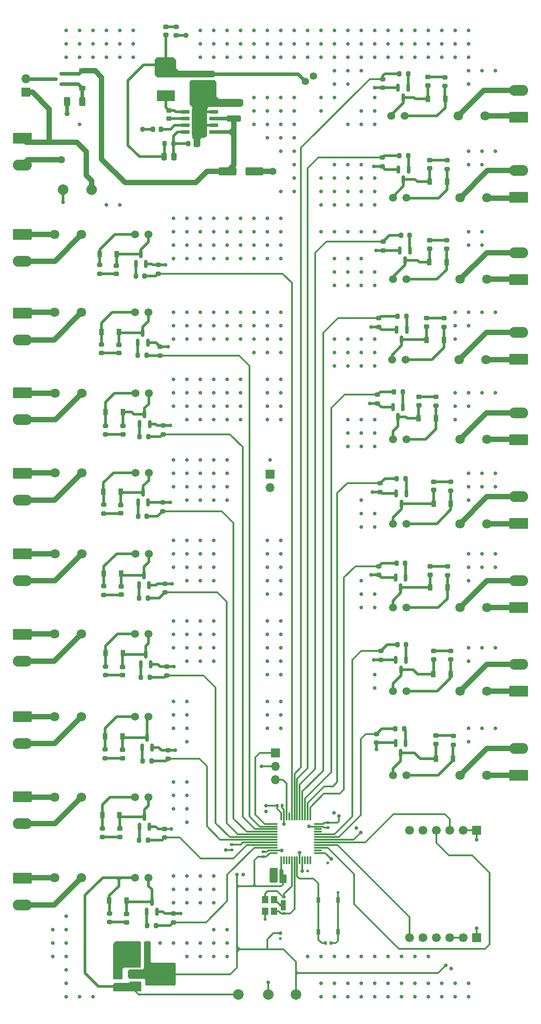
<source format=gtl>
G04 #@! TF.GenerationSoftware,KiCad,Pcbnew,(6.0.11)*
G04 #@! TF.CreationDate,2023-09-27T15:25:24-05:00*
G04 #@! TF.ProjectId,MB,4d422e6b-6963-4616-945f-706362585858,rev?*
G04 #@! TF.SameCoordinates,Original*
G04 #@! TF.FileFunction,Copper,L1,Top*
G04 #@! TF.FilePolarity,Positive*
%FSLAX46Y46*%
G04 Gerber Fmt 4.6, Leading zero omitted, Abs format (unit mm)*
G04 Created by KiCad (PCBNEW (6.0.11)) date 2023-09-27 15:25:24*
%MOMM*%
%LPD*%
G01*
G04 APERTURE LIST*
G04 Aperture macros list*
%AMRoundRect*
0 Rectangle with rounded corners*
0 $1 Rounding radius*
0 $2 $3 $4 $5 $6 $7 $8 $9 X,Y pos of 4 corners*
0 Add a 4 corners polygon primitive as box body*
4,1,4,$2,$3,$4,$5,$6,$7,$8,$9,$2,$3,0*
0 Add four circle primitives for the rounded corners*
1,1,$1+$1,$2,$3*
1,1,$1+$1,$4,$5*
1,1,$1+$1,$6,$7*
1,1,$1+$1,$8,$9*
0 Add four rect primitives between the rounded corners*
20,1,$1+$1,$2,$3,$4,$5,0*
20,1,$1+$1,$4,$5,$6,$7,0*
20,1,$1+$1,$6,$7,$8,$9,0*
20,1,$1+$1,$8,$9,$2,$3,0*%
G04 Aperture macros list end*
G04 #@! TA.AperFunction,ComponentPad*
%ADD10C,1.500000*%
G04 #@! TD*
G04 #@! TA.AperFunction,ComponentPad*
%ADD11C,1.800000*%
G04 #@! TD*
G04 #@! TA.AperFunction,SMDPad,CuDef*
%ADD12RoundRect,0.250000X0.250000X0.475000X-0.250000X0.475000X-0.250000X-0.475000X0.250000X-0.475000X0*%
G04 #@! TD*
G04 #@! TA.AperFunction,SMDPad,CuDef*
%ADD13C,2.000000*%
G04 #@! TD*
G04 #@! TA.AperFunction,SMDPad,CuDef*
%ADD14RoundRect,0.200000X0.275000X-0.200000X0.275000X0.200000X-0.275000X0.200000X-0.275000X-0.200000X0*%
G04 #@! TD*
G04 #@! TA.AperFunction,ComponentPad*
%ADD15RoundRect,0.249999X1.550001X-0.790001X1.550001X0.790001X-1.550001X0.790001X-1.550001X-0.790001X0*%
G04 #@! TD*
G04 #@! TA.AperFunction,ComponentPad*
%ADD16O,3.600000X2.080000*%
G04 #@! TD*
G04 #@! TA.AperFunction,SMDPad,CuDef*
%ADD17R,0.910000X1.220000*%
G04 #@! TD*
G04 #@! TA.AperFunction,ComponentPad*
%ADD18RoundRect,0.249999X-1.550001X0.790001X-1.550001X-0.790001X1.550001X-0.790001X1.550001X0.790001X0*%
G04 #@! TD*
G04 #@! TA.AperFunction,SMDPad,CuDef*
%ADD19RoundRect,0.150000X-0.150000X0.587500X-0.150000X-0.587500X0.150000X-0.587500X0.150000X0.587500X0*%
G04 #@! TD*
G04 #@! TA.AperFunction,SMDPad,CuDef*
%ADD20RoundRect,0.200000X-0.200000X-0.275000X0.200000X-0.275000X0.200000X0.275000X-0.200000X0.275000X0*%
G04 #@! TD*
G04 #@! TA.AperFunction,SMDPad,CuDef*
%ADD21RoundRect,0.150000X0.150000X-0.587500X0.150000X0.587500X-0.150000X0.587500X-0.150000X-0.587500X0*%
G04 #@! TD*
G04 #@! TA.AperFunction,SMDPad,CuDef*
%ADD22RoundRect,0.200000X0.200000X0.275000X-0.200000X0.275000X-0.200000X-0.275000X0.200000X-0.275000X0*%
G04 #@! TD*
G04 #@! TA.AperFunction,SMDPad,CuDef*
%ADD23RoundRect,0.218750X-0.256250X0.218750X-0.256250X-0.218750X0.256250X-0.218750X0.256250X0.218750X0*%
G04 #@! TD*
G04 #@! TA.AperFunction,SMDPad,CuDef*
%ADD24RoundRect,0.225000X-0.225000X-0.250000X0.225000X-0.250000X0.225000X0.250000X-0.225000X0.250000X0*%
G04 #@! TD*
G04 #@! TA.AperFunction,SMDPad,CuDef*
%ADD25RoundRect,0.135000X-0.185000X0.135000X-0.185000X-0.135000X0.185000X-0.135000X0.185000X0.135000X0*%
G04 #@! TD*
G04 #@! TA.AperFunction,SMDPad,CuDef*
%ADD26RoundRect,0.218750X0.256250X-0.218750X0.256250X0.218750X-0.256250X0.218750X-0.256250X-0.218750X0*%
G04 #@! TD*
G04 #@! TA.AperFunction,SMDPad,CuDef*
%ADD27RoundRect,0.140000X-0.140000X-0.170000X0.140000X-0.170000X0.140000X0.170000X-0.140000X0.170000X0*%
G04 #@! TD*
G04 #@! TA.AperFunction,SMDPad,CuDef*
%ADD28RoundRect,0.140000X0.170000X-0.140000X0.170000X0.140000X-0.170000X0.140000X-0.170000X-0.140000X0*%
G04 #@! TD*
G04 #@! TA.AperFunction,SMDPad,CuDef*
%ADD29R,2.000000X1.500000*%
G04 #@! TD*
G04 #@! TA.AperFunction,SMDPad,CuDef*
%ADD30R,2.000000X3.800000*%
G04 #@! TD*
G04 #@! TA.AperFunction,SMDPad,CuDef*
%ADD31RoundRect,0.250000X0.475000X-0.250000X0.475000X0.250000X-0.475000X0.250000X-0.475000X-0.250000X0*%
G04 #@! TD*
G04 #@! TA.AperFunction,SMDPad,CuDef*
%ADD32RoundRect,0.200000X-0.275000X0.200000X-0.275000X-0.200000X0.275000X-0.200000X0.275000X0.200000X0*%
G04 #@! TD*
G04 #@! TA.AperFunction,SMDPad,CuDef*
%ADD33R,1.200000X1.400000*%
G04 #@! TD*
G04 #@! TA.AperFunction,SMDPad,CuDef*
%ADD34RoundRect,0.250000X0.312500X0.625000X-0.312500X0.625000X-0.312500X-0.625000X0.312500X-0.625000X0*%
G04 #@! TD*
G04 #@! TA.AperFunction,SMDPad,CuDef*
%ADD35RoundRect,0.250000X-0.475000X0.250000X-0.475000X-0.250000X0.475000X-0.250000X0.475000X0.250000X0*%
G04 #@! TD*
G04 #@! TA.AperFunction,SMDPad,CuDef*
%ADD36RoundRect,0.250000X-0.250000X-0.475000X0.250000X-0.475000X0.250000X0.475000X-0.250000X0.475000X0*%
G04 #@! TD*
G04 #@! TA.AperFunction,SMDPad,CuDef*
%ADD37R,1.200000X0.900000*%
G04 #@! TD*
G04 #@! TA.AperFunction,SMDPad,CuDef*
%ADD38RoundRect,0.225000X0.225000X0.250000X-0.225000X0.250000X-0.225000X-0.250000X0.225000X-0.250000X0*%
G04 #@! TD*
G04 #@! TA.AperFunction,SMDPad,CuDef*
%ADD39RoundRect,0.075000X0.075000X-0.662500X0.075000X0.662500X-0.075000X0.662500X-0.075000X-0.662500X0*%
G04 #@! TD*
G04 #@! TA.AperFunction,SMDPad,CuDef*
%ADD40RoundRect,0.075000X0.662500X-0.075000X0.662500X0.075000X-0.662500X0.075000X-0.662500X-0.075000X0*%
G04 #@! TD*
G04 #@! TA.AperFunction,ComponentPad*
%ADD41R,1.680000X1.680000*%
G04 #@! TD*
G04 #@! TA.AperFunction,ComponentPad*
%ADD42C,1.680000*%
G04 #@! TD*
G04 #@! TA.AperFunction,SMDPad,CuDef*
%ADD43R,0.750000X1.000000*%
G04 #@! TD*
G04 #@! TA.AperFunction,SMDPad,CuDef*
%ADD44RoundRect,0.140000X-0.170000X0.140000X-0.170000X-0.140000X0.170000X-0.140000X0.170000X0.140000X0*%
G04 #@! TD*
G04 #@! TA.AperFunction,SMDPad,CuDef*
%ADD45R,1.220000X0.910000*%
G04 #@! TD*
G04 #@! TA.AperFunction,ComponentPad*
%ADD46R,1.700000X1.700000*%
G04 #@! TD*
G04 #@! TA.AperFunction,ComponentPad*
%ADD47O,1.700000X1.700000*%
G04 #@! TD*
G04 #@! TA.AperFunction,SMDPad,CuDef*
%ADD48R,3.400000X2.150000*%
G04 #@! TD*
G04 #@! TA.AperFunction,SMDPad,CuDef*
%ADD49RoundRect,0.250000X-1.412500X-0.550000X1.412500X-0.550000X1.412500X0.550000X-1.412500X0.550000X0*%
G04 #@! TD*
G04 #@! TA.AperFunction,SMDPad,CuDef*
%ADD50RoundRect,0.225000X0.250000X-0.225000X0.250000X0.225000X-0.250000X0.225000X-0.250000X-0.225000X0*%
G04 #@! TD*
G04 #@! TA.AperFunction,ComponentPad*
%ADD51C,0.400000*%
G04 #@! TD*
G04 #@! TA.AperFunction,SMDPad,CuDef*
%ADD52R,2.950000X4.900000*%
G04 #@! TD*
G04 #@! TA.AperFunction,SMDPad,CuDef*
%ADD53RoundRect,0.006000X-0.769000X-0.294000X0.769000X-0.294000X0.769000X0.294000X-0.769000X0.294000X0*%
G04 #@! TD*
G04 #@! TA.AperFunction,SMDPad,CuDef*
%ADD54RoundRect,0.250000X1.100000X-0.325000X1.100000X0.325000X-1.100000X0.325000X-1.100000X-0.325000X0*%
G04 #@! TD*
G04 #@! TA.AperFunction,SMDPad,CuDef*
%ADD55RoundRect,0.150000X0.587500X0.150000X-0.587500X0.150000X-0.587500X-0.150000X0.587500X-0.150000X0*%
G04 #@! TD*
G04 #@! TA.AperFunction,SMDPad,CuDef*
%ADD56RoundRect,0.140000X0.140000X0.170000X-0.140000X0.170000X-0.140000X-0.170000X0.140000X-0.170000X0*%
G04 #@! TD*
G04 #@! TA.AperFunction,ViaPad*
%ADD57C,0.700000*%
G04 #@! TD*
G04 #@! TA.AperFunction,ViaPad*
%ADD58C,1.400000*%
G04 #@! TD*
G04 #@! TA.AperFunction,ViaPad*
%ADD59C,0.550000*%
G04 #@! TD*
G04 #@! TA.AperFunction,ViaPad*
%ADD60C,1.000000*%
G04 #@! TD*
G04 #@! TA.AperFunction,Conductor*
%ADD61C,0.700000*%
G04 #@! TD*
G04 #@! TA.AperFunction,Conductor*
%ADD62C,0.500000*%
G04 #@! TD*
G04 #@! TA.AperFunction,Conductor*
%ADD63C,0.300000*%
G04 #@! TD*
G04 #@! TA.AperFunction,Conductor*
%ADD64C,1.000000*%
G04 #@! TD*
G04 APERTURE END LIST*
D10*
X114681000Y-167558800D03*
X112141000Y-167558800D03*
D11*
X101981000Y-167558800D03*
X96901000Y-167558800D03*
D12*
X114437200Y-226618800D03*
X112537200Y-226618800D03*
D13*
X142595600Y-235788200D03*
D14*
X158902400Y-79082400D03*
X158902400Y-77432400D03*
D15*
X184759600Y-115570000D03*
D16*
X184759600Y-110490000D03*
D14*
X106197400Y-160184600D03*
X106197400Y-158534600D03*
D17*
X171205400Y-81965800D03*
X167935400Y-81965800D03*
D10*
X160939800Y-162615800D03*
X163479800Y-162615800D03*
D11*
X173639800Y-162615800D03*
X178719800Y-162615800D03*
D18*
X90779600Y-183235600D03*
D16*
X90779600Y-188315600D03*
D10*
X160939800Y-85023000D03*
X163479800Y-85023000D03*
D11*
X173639800Y-85023000D03*
X178719800Y-85023000D03*
D19*
X162840200Y-124665500D03*
X160940200Y-124665500D03*
X161890200Y-126540500D03*
D20*
X162173600Y-61529000D03*
X163823600Y-61529000D03*
D21*
X113451600Y-189075300D03*
X115351600Y-189075300D03*
X114401600Y-187200300D03*
D22*
X114286800Y-114808000D03*
X112636800Y-114808000D03*
D20*
X162446200Y-92151200D03*
X164096200Y-92151200D03*
D23*
X109245400Y-204444500D03*
X109245400Y-206019500D03*
D24*
X115506200Y-72034400D03*
X117056200Y-72034400D03*
D13*
X137312400Y-235788200D03*
D21*
X113212800Y-173329600D03*
X115112800Y-173329600D03*
X114162800Y-171454600D03*
D14*
X106553000Y-129831600D03*
X106553000Y-128181600D03*
D18*
X90779600Y-213807000D03*
D16*
X90779600Y-218887000D03*
D25*
X130429000Y-207414400D03*
X130429000Y-208434400D03*
D17*
X107229400Y-218021400D03*
X110499400Y-218021400D03*
X106137200Y-140639800D03*
X109407200Y-140639800D03*
D26*
X167868600Y-94640500D03*
X167868600Y-93065500D03*
D17*
X170844400Y-66304200D03*
X167574400Y-66304200D03*
D27*
X148190800Y-226119800D03*
X149150800Y-226119800D03*
D15*
X184759600Y-84963000D03*
D16*
X184759600Y-79883000D03*
D20*
X161824400Y-107442000D03*
X163474400Y-107442000D03*
D28*
X136398000Y-209750600D03*
X136398000Y-208790600D03*
D22*
X114617000Y-130276600D03*
X112967000Y-130276600D03*
D29*
X112140600Y-229703600D03*
D30*
X118440600Y-232003600D03*
D29*
X112140600Y-232003600D03*
X112140600Y-234303600D03*
D31*
X108839000Y-234299800D03*
X108839000Y-232399800D03*
D26*
X168630600Y-140335100D03*
X168630600Y-138760100D03*
D21*
X114340600Y-220127300D03*
X116240600Y-220127300D03*
X115290600Y-218252300D03*
D15*
X184759600Y-146685000D03*
D16*
X184759600Y-141605000D03*
D32*
X118084600Y-173774600D03*
X118084600Y-175424600D03*
D23*
X109804200Y-128219100D03*
X109804200Y-129794100D03*
D10*
X114681000Y-91958200D03*
X112141000Y-91958200D03*
D11*
X101981000Y-91958200D03*
X96901000Y-91958200D03*
D20*
X162166800Y-77089000D03*
X163816800Y-77089000D03*
D33*
X136741800Y-217830400D03*
X136741800Y-220030400D03*
X138441800Y-220030400D03*
X138441800Y-217830400D03*
D14*
X106527600Y-175399200D03*
X106527600Y-173749200D03*
D10*
X114681000Y-106680000D03*
X112141000Y-106680000D03*
D11*
X101981000Y-106680000D03*
X96901000Y-106680000D03*
D27*
X139016800Y-200050400D03*
X139976800Y-200050400D03*
D15*
X184759600Y-162560000D03*
D16*
X184759600Y-157480000D03*
D19*
X163408400Y-172493700D03*
X161508400Y-172493700D03*
X162458400Y-174368700D03*
D32*
X119354600Y-220498400D03*
X119354600Y-222148400D03*
D18*
X90779600Y-152400000D03*
D16*
X90779600Y-157480000D03*
D22*
X114871000Y-175818800D03*
X113221000Y-175818800D03*
D14*
X159024000Y-64198000D03*
X159024000Y-62548000D03*
D10*
X160939800Y-100462000D03*
X163479800Y-100462000D03*
D11*
X173639800Y-100462000D03*
X178719800Y-100462000D03*
D20*
X161404800Y-185521600D03*
X163054800Y-185521600D03*
D28*
X140335000Y-220520200D03*
X140335000Y-219560200D03*
D26*
X168021000Y-156387900D03*
X168021000Y-154812900D03*
D34*
X102148100Y-66802000D03*
X99223100Y-66802000D03*
D10*
X160939800Y-194340400D03*
X163479800Y-194340400D03*
D11*
X173639800Y-194340400D03*
X178719800Y-194340400D03*
D13*
X98475800Y-83515200D03*
D14*
X158546800Y-140728200D03*
X158546800Y-139078200D03*
X107289600Y-222123000D03*
X107289600Y-220473000D03*
X105968800Y-206031600D03*
X105968800Y-204381600D03*
D26*
X169087800Y-188391900D03*
X169087800Y-186816900D03*
D23*
X109728000Y-173812100D03*
X109728000Y-175387100D03*
D26*
X167563800Y-63754100D03*
X167563800Y-62179100D03*
D15*
X184759600Y-194310000D03*
D16*
X184759600Y-189230000D03*
D14*
X105740200Y-114413800D03*
X105740200Y-112763800D03*
D19*
X163548600Y-109958900D03*
X161648600Y-109958900D03*
X162598600Y-111833900D03*
D32*
X118364000Y-189573400D03*
X118364000Y-191223400D03*
D23*
X109093000Y-112852100D03*
X109093000Y-114427100D03*
D26*
X165878000Y-124282300D03*
X165878000Y-122707300D03*
D35*
X123508000Y-61661000D03*
X123508000Y-63561000D03*
D10*
X114706400Y-152410200D03*
X112166400Y-152410200D03*
D11*
X102006400Y-152410200D03*
X96926400Y-152410200D03*
D17*
X170583600Y-111988600D03*
X167313600Y-111988600D03*
D32*
X117424200Y-128130800D03*
X117424200Y-129780800D03*
X170586400Y-107836200D03*
X170586400Y-109486200D03*
D23*
X110490000Y-220586700D03*
X110490000Y-222161700D03*
D17*
X106442000Y-186944000D03*
X109712000Y-186944000D03*
X106543600Y-125603000D03*
X109813600Y-125603000D03*
D32*
X116890800Y-113246400D03*
X116890800Y-114896400D03*
D10*
X160939800Y-130723600D03*
X163479800Y-130723600D03*
D11*
X173639800Y-130723600D03*
X178719800Y-130723600D03*
D36*
X117605000Y-77216000D03*
X119505000Y-77216000D03*
D13*
X131648200Y-235788200D03*
D14*
X158029400Y-123964200D03*
X158029400Y-122314200D03*
D37*
X102158800Y-61011800D03*
X102158800Y-64311800D03*
D15*
X184759600Y-69824400D03*
D16*
X184759600Y-64744400D03*
D17*
X169087800Y-126796800D03*
X165817800Y-126796800D03*
D32*
X171262800Y-154800800D03*
X171262800Y-156450800D03*
D14*
X119862600Y-54292000D03*
X119862600Y-52642000D03*
D26*
X168630600Y-172364500D03*
X168630600Y-170789500D03*
D35*
X126302000Y-61661000D03*
X126302000Y-63561000D03*
D14*
X106146600Y-144792200D03*
X106146600Y-143142200D03*
D10*
X160775200Y-115636000D03*
X163315200Y-115636000D03*
D11*
X173475200Y-115636000D03*
X178555200Y-115636000D03*
D15*
X184759600Y-100482400D03*
D16*
X184759600Y-95402400D03*
D38*
X140094000Y-213969600D03*
X138544000Y-213969600D03*
D23*
X109524800Y-158572100D03*
X109524800Y-160147100D03*
D21*
X112969000Y-127861300D03*
X114869000Y-127861300D03*
X113919000Y-125986300D03*
D26*
X167944800Y-79476700D03*
X167944800Y-77901700D03*
D39*
X139794800Y-210435900D03*
X140294800Y-210435900D03*
X140794800Y-210435900D03*
X141294800Y-210435900D03*
X141794800Y-210435900D03*
X142294800Y-210435900D03*
X142794800Y-210435900D03*
X143294800Y-210435900D03*
X143794800Y-210435900D03*
X144294800Y-210435900D03*
X144794800Y-210435900D03*
X145294800Y-210435900D03*
D40*
X146707300Y-209023400D03*
X146707300Y-208523400D03*
X146707300Y-208023400D03*
X146707300Y-207523400D03*
X146707300Y-207023400D03*
X146707300Y-206523400D03*
X146707300Y-206023400D03*
X146707300Y-205523400D03*
X146707300Y-205023400D03*
X146707300Y-204523400D03*
X146707300Y-204023400D03*
X146707300Y-203523400D03*
D39*
X145294800Y-202110900D03*
X144794800Y-202110900D03*
X144294800Y-202110900D03*
X143794800Y-202110900D03*
X143294800Y-202110900D03*
X142794800Y-202110900D03*
X142294800Y-202110900D03*
X141794800Y-202110900D03*
X141294800Y-202110900D03*
X140794800Y-202110900D03*
X140294800Y-202110900D03*
X139794800Y-202110900D03*
D40*
X138382300Y-203523400D03*
X138382300Y-204023400D03*
X138382300Y-204523400D03*
X138382300Y-205023400D03*
X138382300Y-205523400D03*
X138382300Y-206023400D03*
X138382300Y-206523400D03*
X138382300Y-207023400D03*
X138382300Y-207523400D03*
X138382300Y-208023400D03*
X138382300Y-208523400D03*
X138382300Y-209023400D03*
D41*
X176835000Y-204770000D03*
D42*
X174295000Y-204770000D03*
X171755000Y-204770000D03*
X169215000Y-204770000D03*
X166675000Y-204770000D03*
X164135000Y-204770000D03*
D41*
X176835000Y-225090000D03*
D42*
X174295000Y-225090000D03*
X171755000Y-225090000D03*
X169215000Y-225090000D03*
X166675000Y-225090000D03*
X164135000Y-225090000D03*
D19*
X163484600Y-141023100D03*
X161584600Y-141023100D03*
X162534600Y-142898100D03*
D32*
X171907200Y-138824200D03*
X171907200Y-140474200D03*
D43*
X150571200Y-217963600D03*
X150571200Y-223963600D03*
X146821200Y-217963600D03*
X146821200Y-223963600D03*
D44*
X140335000Y-217325000D03*
X140335000Y-218285000D03*
D10*
X160939800Y-178424800D03*
X163479800Y-178424800D03*
D11*
X173639800Y-178424800D03*
X178719800Y-178424800D03*
D22*
X115201200Y-191617600D03*
X113551200Y-191617600D03*
D20*
X117730000Y-74803000D03*
X119380000Y-74803000D03*
D18*
X90779600Y-137160000D03*
D16*
X90779600Y-142240000D03*
D19*
X163834800Y-64223700D03*
X161934800Y-64223700D03*
X162884800Y-66098700D03*
D45*
X95885000Y-74539600D03*
X95885000Y-77809600D03*
D14*
X158280600Y-109486200D03*
X158280600Y-107836200D03*
X105384600Y-99402300D03*
X105384600Y-97752300D03*
D22*
X114553000Y-206578200D03*
X112903000Y-206578200D03*
D32*
X171856400Y-170752000D03*
X171856400Y-172402000D03*
X117754400Y-158077400D03*
X117754400Y-159727400D03*
X117703600Y-204483200D03*
X117703600Y-206133200D03*
D10*
X114681000Y-183195000D03*
X112141000Y-183195000D03*
D11*
X101981000Y-183195000D03*
X96901000Y-183195000D03*
D32*
X171119800Y-93028000D03*
X171119800Y-94678000D03*
D10*
X114681000Y-213675000D03*
X112141000Y-213675000D03*
D11*
X101981000Y-213675000D03*
X96901000Y-213675000D03*
D17*
X106188000Y-156184600D03*
X109458000Y-156184600D03*
D46*
X138683600Y-190083200D03*
D47*
X138683600Y-192623200D03*
X138683600Y-195163200D03*
D17*
X171916600Y-142925800D03*
X168646600Y-142925800D03*
X105908600Y-201904600D03*
X109178600Y-201904600D03*
D20*
X161785800Y-169646600D03*
X163435800Y-169646600D03*
D23*
X109397800Y-143179700D03*
X109397800Y-144754700D03*
D20*
X161166800Y-121742200D03*
X162816800Y-121742200D03*
D32*
X169078400Y-122720600D03*
X169078400Y-124370600D03*
D20*
X161633400Y-154203400D03*
X163283400Y-154203400D03*
D48*
X117920000Y-65739200D03*
X117920000Y-59889200D03*
D13*
X103911400Y-83515200D03*
D10*
X114681000Y-198435000D03*
X112141000Y-198435000D03*
D11*
X101981000Y-198435000D03*
X96901000Y-198435000D03*
D49*
X129669500Y-80035400D03*
X134744500Y-80035400D03*
D50*
X118504200Y-70066200D03*
X118504200Y-68516200D03*
D21*
X112943600Y-204035900D03*
X114843600Y-204035900D03*
X113893600Y-202160900D03*
D10*
X160655000Y-69535000D03*
X163195000Y-69535000D03*
D11*
X173355000Y-69535000D03*
X178435000Y-69535000D03*
D51*
X123645400Y-70038200D03*
X123645400Y-72638200D03*
X123645400Y-68738200D03*
X124945400Y-70038200D03*
X124945400Y-72638200D03*
X124945400Y-68738200D03*
D52*
X124295400Y-70688200D03*
D51*
X123645400Y-71338200D03*
X124945400Y-71338200D03*
D53*
X126995400Y-68783200D03*
X126995400Y-70053200D03*
X126995400Y-71323200D03*
X126995400Y-72593200D03*
X121595400Y-72593200D03*
X121595400Y-71323200D03*
X121595400Y-70053200D03*
X121595400Y-68783200D03*
D14*
X106476800Y-191071000D03*
X106476800Y-189421000D03*
D19*
X163357600Y-156898100D03*
X161457600Y-156898100D03*
X162407600Y-158773100D03*
D17*
X171272200Y-158750000D03*
X168002200Y-158750000D03*
D32*
X170809600Y-62228000D03*
X170809600Y-63878000D03*
X116509800Y-97727000D03*
X116509800Y-99377000D03*
D46*
X137693400Y-137383600D03*
D47*
X137693400Y-139923600D03*
D20*
X122149600Y-74777600D03*
X123799600Y-74777600D03*
D14*
X158267400Y-156400000D03*
X158267400Y-154750000D03*
D22*
X116064800Y-222771200D03*
X114414800Y-222771200D03*
D18*
X90779600Y-91948000D03*
D16*
X90779600Y-97028000D03*
D18*
X90779600Y-106837400D03*
D16*
X90779600Y-111917400D03*
D14*
X159131000Y-94982800D03*
X159131000Y-93332800D03*
D18*
X90779600Y-121920000D03*
D16*
X90779600Y-127000000D03*
D23*
X117957600Y-52654100D03*
X117957600Y-54229100D03*
X108585000Y-97866000D03*
X108585000Y-99441000D03*
D18*
X90779600Y-198424800D03*
D16*
X90779600Y-203504800D03*
D54*
X130835400Y-70055000D03*
X130835400Y-67105000D03*
D26*
X167323000Y-109397900D03*
X167323000Y-107822900D03*
D32*
X172364400Y-186918600D03*
X172364400Y-188568600D03*
D21*
X112689600Y-142720300D03*
X114589600Y-142720300D03*
X113639600Y-140845300D03*
D44*
X148590000Y-203304200D03*
X148590000Y-204264200D03*
D55*
X98549700Y-63510200D03*
X98549700Y-61610200D03*
X96674700Y-62560200D03*
D17*
X171129200Y-97205800D03*
X167859200Y-97205800D03*
D18*
X90779600Y-167640000D03*
D16*
X90779600Y-172720000D03*
D10*
X114706400Y-122016600D03*
X112166400Y-122016600D03*
D11*
X102006400Y-122016600D03*
X96926400Y-122016600D03*
D10*
X160939800Y-146740800D03*
X163479800Y-146740800D03*
D11*
X173639800Y-146740800D03*
X178719800Y-146740800D03*
D23*
X109728000Y-189509300D03*
X109728000Y-191084300D03*
D21*
X112638800Y-112468900D03*
X114538800Y-112468900D03*
X113588800Y-110593900D03*
D22*
X114337600Y-145313400D03*
X112687600Y-145313400D03*
D32*
X171221400Y-77915000D03*
X171221400Y-79565000D03*
D18*
X90779600Y-73761600D03*
D16*
X90779600Y-78841600D03*
D19*
X164170400Y-94998300D03*
X162270400Y-94998300D03*
X163220400Y-96873300D03*
D14*
X157835600Y-188163200D03*
X157835600Y-186513200D03*
D15*
X184759600Y-130810000D03*
D16*
X184759600Y-125730000D03*
D19*
X163332200Y-188190900D03*
X161432200Y-188190900D03*
X162382200Y-190065900D03*
D22*
X114540800Y-160807400D03*
X112890800Y-160807400D03*
D46*
X91479600Y-65054400D03*
D47*
X91479600Y-62514400D03*
D17*
X105756200Y-110439200D03*
X109026200Y-110439200D03*
X106518200Y-171246800D03*
X109788200Y-171246800D03*
D14*
X158673800Y-172452800D03*
X158673800Y-170802800D03*
D17*
X105400600Y-95732500D03*
X108670600Y-95732500D03*
X172348400Y-191185800D03*
X169078400Y-191185800D03*
D15*
X184759600Y-178435000D03*
D16*
X184759600Y-173355000D03*
D17*
X171865800Y-175158400D03*
X168595800Y-175158400D03*
D56*
X139799000Y-212445600D03*
X138839000Y-212445600D03*
D22*
X113893600Y-99847400D03*
X112243600Y-99847400D03*
D32*
X117322600Y-142685000D03*
X117322600Y-144335000D03*
D20*
X161658800Y-138176000D03*
X163308800Y-138176000D03*
D21*
X112842000Y-158315900D03*
X114742000Y-158315900D03*
X113792000Y-156440900D03*
D10*
X114706400Y-137078800D03*
X112166400Y-137078800D03*
D11*
X102006400Y-137078800D03*
X96926400Y-137078800D03*
D21*
X112257800Y-97533700D03*
X114157800Y-97533700D03*
X113207800Y-95658700D03*
D19*
X163891000Y-79656700D03*
X161991000Y-79656700D03*
X162941000Y-81531700D03*
D57*
X110210600Y-229184200D03*
X110210600Y-227838000D03*
X175260000Y-236220000D03*
X175260000Y-233680000D03*
X172720000Y-233680000D03*
X172720000Y-236220000D03*
X170180000Y-236220000D03*
X170180000Y-233680000D03*
X167640000Y-233680000D03*
X167640000Y-236220000D03*
X165100000Y-236220000D03*
X165100000Y-233680000D03*
X162560000Y-233680000D03*
X160020000Y-236220000D03*
X160020000Y-233680000D03*
X162560000Y-236220000D03*
X157480000Y-236220000D03*
X157480000Y-233680000D03*
X154940000Y-233680000D03*
X154940000Y-236220000D03*
X152400000Y-236220000D03*
X149860000Y-236220000D03*
X147320000Y-236220000D03*
X149860000Y-233680000D03*
X152400000Y-233680000D03*
X147320000Y-233680000D03*
X167640000Y-228600000D03*
X165100000Y-228600000D03*
X162560000Y-228600000D03*
X160020000Y-228600000D03*
X157480000Y-228600000D03*
X154940000Y-228600000D03*
X152400000Y-228600000D03*
X149860000Y-228600000D03*
X147320000Y-228600000D03*
X144780000Y-228600000D03*
X96520000Y-228600000D03*
X96520000Y-226060000D03*
X99060000Y-220980000D03*
X104140000Y-236220000D03*
X101600000Y-236220000D03*
X99060000Y-236220000D03*
X99060000Y-233680000D03*
X99060000Y-231140000D03*
X99060000Y-228600000D03*
X99060000Y-226060000D03*
X99060000Y-223520000D03*
X96520000Y-223520000D03*
X129540000Y-223520000D03*
X127000000Y-223520000D03*
X121920000Y-228600000D03*
X124460000Y-228600000D03*
X127000000Y-228600000D03*
X129540000Y-228600000D03*
X129540000Y-226060000D03*
X127000000Y-226060000D03*
X124460000Y-226060000D03*
X121920000Y-226060000D03*
X119380000Y-226060000D03*
X116840000Y-226060000D03*
X119380000Y-218440000D03*
X127000000Y-218440000D03*
X124460000Y-218440000D03*
X121920000Y-218440000D03*
X119380000Y-215900000D03*
X121920000Y-215900000D03*
X124460000Y-215900000D03*
X127000000Y-215900000D03*
X127000000Y-213360000D03*
X124460000Y-213360000D03*
X121920000Y-213360000D03*
X119380000Y-213360000D03*
X121920000Y-203200000D03*
X121920000Y-200660000D03*
X119380000Y-200660000D03*
X119380000Y-198120000D03*
X121920000Y-198120000D03*
X119380000Y-195580000D03*
X121920000Y-195580000D03*
X119380000Y-182880000D03*
X119380000Y-185420000D03*
X121920000Y-187960000D03*
X121920000Y-185420000D03*
X121920000Y-182880000D03*
X121920000Y-180340000D03*
X119380000Y-180340000D03*
X119380000Y-170180000D03*
X119380000Y-167640000D03*
X121920000Y-172720000D03*
X121920000Y-170180000D03*
X121920000Y-167640000D03*
X124460000Y-167640000D03*
X124460000Y-170180000D03*
X124460000Y-172720000D03*
X127000000Y-172720000D03*
X127000000Y-170180000D03*
X127000000Y-167640000D03*
X127000000Y-165100000D03*
X124460000Y-165100000D03*
X121920000Y-165100000D03*
X119380000Y-165100000D03*
X139700000Y-180340000D03*
X139700000Y-182880000D03*
X139700000Y-185420000D03*
X137160000Y-185420000D03*
X137160000Y-182880000D03*
X137160000Y-180340000D03*
X139700000Y-175260000D03*
X139700000Y-172720000D03*
X139700000Y-170180000D03*
X139700000Y-165100000D03*
X139700000Y-167640000D03*
X137160000Y-167640000D03*
X137160000Y-175260000D03*
X137160000Y-172720000D03*
X137160000Y-170180000D03*
X137160000Y-165100000D03*
X139700000Y-160020000D03*
X139700000Y-157480000D03*
X139700000Y-154940000D03*
X139700000Y-152400000D03*
X139700000Y-149860000D03*
X137160000Y-160020000D03*
X137160000Y-157480000D03*
X137160000Y-154940000D03*
X137160000Y-152400000D03*
X137160000Y-149860000D03*
X119380000Y-154940000D03*
X119380000Y-152400000D03*
X121920000Y-157480000D03*
X121920000Y-154940000D03*
X121920000Y-152400000D03*
X124460000Y-152400000D03*
X124460000Y-154940000D03*
X124460000Y-157480000D03*
X127000000Y-157480000D03*
X127000000Y-154940000D03*
X127000000Y-152400000D03*
X127000000Y-149860000D03*
X124460000Y-149860000D03*
X121920000Y-149860000D03*
X119380000Y-149860000D03*
X121920000Y-142240000D03*
X124460000Y-142240000D03*
X129540000Y-142240000D03*
X127000000Y-142240000D03*
X127000000Y-139700000D03*
X129540000Y-139700000D03*
X129540000Y-137160000D03*
X127000000Y-137160000D03*
X124460000Y-137160000D03*
X124460000Y-139700000D03*
X119380000Y-139700000D03*
X121920000Y-139700000D03*
X121920000Y-137160000D03*
X119380000Y-137160000D03*
X119380000Y-134620000D03*
X121920000Y-134620000D03*
X124460000Y-134620000D03*
X127000000Y-134620000D03*
X129540000Y-134620000D03*
X121920000Y-127000000D03*
X124460000Y-127000000D03*
X124460000Y-124460000D03*
X124460000Y-121920000D03*
X121920000Y-121920000D03*
X121920000Y-124460000D03*
X119380000Y-124460000D03*
X119380000Y-121920000D03*
X119380000Y-119380000D03*
X121920000Y-119380000D03*
X124460000Y-119380000D03*
X127000000Y-119380000D03*
X127000000Y-121920000D03*
X127000000Y-124460000D03*
X127000000Y-127000000D03*
X129540000Y-127000000D03*
X129540000Y-124460000D03*
X129540000Y-121920000D03*
X129540000Y-119380000D03*
X132080000Y-119380000D03*
X132080000Y-121920000D03*
X132080000Y-124460000D03*
X132080000Y-127000000D03*
X139700000Y-119380000D03*
X139700000Y-121920000D03*
X139700000Y-124460000D03*
X139700000Y-127000000D03*
X137160000Y-127000000D03*
X137160000Y-124460000D03*
X137160000Y-121920000D03*
X137160000Y-119380000D03*
X157480000Y-175260000D03*
X157480000Y-177800000D03*
X180340000Y-185420000D03*
X177800000Y-185420000D03*
X175260000Y-187960000D03*
X175260000Y-185420000D03*
X175260000Y-172720000D03*
X177800000Y-170180000D03*
X180340000Y-170180000D03*
X175260000Y-170180000D03*
X154940000Y-157480000D03*
X157480000Y-160020000D03*
X157480000Y-162560000D03*
X154940000Y-162560000D03*
X154940000Y-160020000D03*
X175260000Y-157480000D03*
X177800000Y-154940000D03*
X180340000Y-152400000D03*
X180340000Y-154940000D03*
X177800000Y-152400000D03*
X175260000Y-152400000D03*
X175260000Y-154940000D03*
X154940000Y-142240000D03*
X157480000Y-144780000D03*
X157480000Y-147320000D03*
X154940000Y-147320000D03*
X154940000Y-144780000D03*
X157480000Y-132080000D03*
X157480000Y-129540000D03*
X157480000Y-127000000D03*
X154940000Y-127000000D03*
X154940000Y-129540000D03*
X154940000Y-132080000D03*
X152400000Y-132080000D03*
X152400000Y-129540000D03*
X152400000Y-127000000D03*
X154940000Y-114300000D03*
X154940000Y-116840000D03*
X157480000Y-116840000D03*
X157480000Y-114300000D03*
X157480000Y-111760000D03*
X154940000Y-111760000D03*
X149860000Y-111760000D03*
X149860000Y-114300000D03*
X149860000Y-116840000D03*
X152400000Y-116840000D03*
X152400000Y-114300000D03*
X152400000Y-111760000D03*
X175260000Y-142240000D03*
X175260000Y-139700000D03*
X177800000Y-139700000D03*
X180340000Y-139700000D03*
X180340000Y-137160000D03*
X177800000Y-137160000D03*
X175260000Y-137160000D03*
X175260000Y-124460000D03*
X180340000Y-121920000D03*
X177800000Y-121920000D03*
X175260000Y-121920000D03*
X172720000Y-121920000D03*
X172720000Y-124460000D03*
X172720000Y-127000000D03*
X172720000Y-111760000D03*
X172720000Y-109220000D03*
X175260000Y-106680000D03*
X175260000Y-109220000D03*
X180340000Y-106680000D03*
X177800000Y-106680000D03*
X172720000Y-106680000D03*
X175260000Y-91440000D03*
X177800000Y-91440000D03*
X177800000Y-93980000D03*
X175260000Y-93980000D03*
X124460000Y-111760000D03*
X121920000Y-111760000D03*
X119380000Y-111760000D03*
X119380000Y-109220000D03*
X121920000Y-109220000D03*
X124460000Y-109220000D03*
X127000000Y-109220000D03*
X127000000Y-111760000D03*
X129540000Y-111760000D03*
X129540000Y-109220000D03*
X132080000Y-109220000D03*
X132080000Y-111760000D03*
X134620000Y-114300000D03*
X134620000Y-111760000D03*
X134620000Y-109220000D03*
X137160000Y-109220000D03*
X137160000Y-111760000D03*
X137160000Y-114300000D03*
X139700000Y-114300000D03*
X139700000Y-111760000D03*
X139700000Y-109220000D03*
X139700000Y-106680000D03*
X137160000Y-106680000D03*
X134620000Y-106680000D03*
X129540000Y-106680000D03*
X132080000Y-106680000D03*
X124460000Y-106680000D03*
X127000000Y-106680000D03*
X121920000Y-106680000D03*
X119380000Y-106680000D03*
X157480000Y-99060000D03*
X157480000Y-101600000D03*
X154940000Y-101600000D03*
X154940000Y-99060000D03*
X152400000Y-99060000D03*
X152400000Y-101600000D03*
X149860000Y-101600000D03*
X149860000Y-99060000D03*
X149860000Y-96520000D03*
X152400000Y-96520000D03*
X154940000Y-96520000D03*
X157480000Y-91440000D03*
X154940000Y-91440000D03*
X152400000Y-91440000D03*
X149860000Y-91440000D03*
X147320000Y-91440000D03*
X149860000Y-78740000D03*
X152400000Y-78740000D03*
X154940000Y-78740000D03*
X147320000Y-86360000D03*
X147320000Y-83820000D03*
X149860000Y-83820000D03*
X149860000Y-86360000D03*
X152400000Y-86360000D03*
X152400000Y-83820000D03*
X154940000Y-83820000D03*
X154940000Y-86360000D03*
X157480000Y-86360000D03*
X157480000Y-83820000D03*
X157480000Y-81280000D03*
X154940000Y-81280000D03*
X152400000Y-81280000D03*
X149860000Y-81280000D03*
X147320000Y-81280000D03*
X180340000Y-76200000D03*
X177800000Y-78740000D03*
X177800000Y-76200000D03*
X175260000Y-78740000D03*
X175260000Y-76200000D03*
X157480000Y-66040000D03*
X157480000Y-68580000D03*
X157480000Y-71120000D03*
X152400000Y-71120000D03*
X154940000Y-71120000D03*
X154940000Y-68580000D03*
X119380000Y-96520000D03*
X119380000Y-93980000D03*
X119380000Y-91440000D03*
X119380000Y-88900000D03*
X121920000Y-88900000D03*
X121920000Y-91440000D03*
X121920000Y-93980000D03*
X121920000Y-96520000D03*
X124460000Y-96520000D03*
X124460000Y-93980000D03*
X124460000Y-91440000D03*
X124460000Y-88900000D03*
X127000000Y-88900000D03*
X127000000Y-91440000D03*
X127000000Y-93980000D03*
X127000000Y-96520000D03*
X129540000Y-96520000D03*
X129540000Y-93980000D03*
X129540000Y-91440000D03*
X129540000Y-88900000D03*
X132080000Y-88900000D03*
X132080000Y-91440000D03*
X132080000Y-93980000D03*
X132080000Y-96520000D03*
X134620000Y-96520000D03*
X134620000Y-93980000D03*
X134620000Y-91440000D03*
X134620000Y-88900000D03*
X137160000Y-88900000D03*
X137160000Y-91440000D03*
X137160000Y-93980000D03*
X137160000Y-96520000D03*
X139700000Y-96520000D03*
X139700000Y-93980000D03*
X139700000Y-91440000D03*
X139700000Y-88900000D03*
X147320000Y-68580000D03*
X147320000Y-66040000D03*
X106680000Y-86360000D03*
X109220000Y-86360000D03*
X101600000Y-71120000D03*
X142240000Y-76200000D03*
X142240000Y-78740000D03*
X142240000Y-81280000D03*
X142240000Y-83820000D03*
X139700000Y-83820000D03*
X139700000Y-76200000D03*
X142240000Y-73660000D03*
X139700000Y-73660000D03*
X137160000Y-73660000D03*
X137160000Y-71120000D03*
X134620000Y-71120000D03*
X134620000Y-68580000D03*
X137160000Y-68580000D03*
X139700000Y-68580000D03*
X139700000Y-71120000D03*
X142240000Y-71120000D03*
X142240000Y-68580000D03*
X142240000Y-66040000D03*
X137160000Y-66040000D03*
X139700000Y-66040000D03*
X134620000Y-66040000D03*
X180340000Y-60960000D03*
X177800000Y-60960000D03*
X175260000Y-63500000D03*
X175260000Y-60960000D03*
X154940000Y-60960000D03*
X149860000Y-66040000D03*
X149860000Y-63500000D03*
X152400000Y-63500000D03*
X152400000Y-60960000D03*
X149860000Y-60960000D03*
X172720000Y-55880000D03*
X170180000Y-55880000D03*
X167640000Y-55880000D03*
X165100000Y-55880000D03*
X162560000Y-55880000D03*
X160020000Y-55880000D03*
X157480000Y-55880000D03*
X154940000Y-55880000D03*
X152400000Y-55880000D03*
X149860000Y-55880000D03*
X144780000Y-55880000D03*
X147320000Y-55880000D03*
X147320000Y-53340000D03*
X144780000Y-53340000D03*
X149860000Y-53340000D03*
X152400000Y-53340000D03*
X154940000Y-53340000D03*
X157480000Y-53340000D03*
X160020000Y-53340000D03*
X162560000Y-53340000D03*
X165100000Y-53340000D03*
X167640000Y-53340000D03*
X170180000Y-53340000D03*
X172720000Y-53340000D03*
X175260000Y-53340000D03*
X175260000Y-55880000D03*
X175260000Y-58420000D03*
X172720000Y-58420000D03*
X170180000Y-58420000D03*
X167640000Y-58420000D03*
X165100000Y-58420000D03*
X162560000Y-58420000D03*
X160020000Y-58420000D03*
X157480000Y-58420000D03*
X154940000Y-58420000D03*
X152400000Y-58420000D03*
X149860000Y-58420000D03*
X147320000Y-58420000D03*
X144780000Y-58420000D03*
X142240000Y-58420000D03*
X139700000Y-58420000D03*
X137160000Y-58420000D03*
X124460000Y-58420000D03*
X127000000Y-58420000D03*
X129540000Y-58420000D03*
X132080000Y-58420000D03*
X134620000Y-58420000D03*
X134620000Y-55880000D03*
X129540000Y-55880000D03*
X124460000Y-55880000D03*
X127000000Y-55880000D03*
X132080000Y-55880000D03*
X137160000Y-55880000D03*
X139700000Y-55880000D03*
X139700000Y-53340000D03*
X142240000Y-53340000D03*
X142240000Y-55880000D03*
X137160000Y-53340000D03*
X134620000Y-53340000D03*
X132080000Y-53340000D03*
X129540000Y-53340000D03*
X127000000Y-53340000D03*
X124460000Y-53340000D03*
X111760000Y-53340000D03*
X109220000Y-53340000D03*
X106680000Y-53340000D03*
X104140000Y-53340000D03*
X101600000Y-53340000D03*
X99060000Y-53340000D03*
X99060000Y-58420000D03*
X101600000Y-58420000D03*
X104140000Y-58420000D03*
X106680000Y-58420000D03*
X109220000Y-58420000D03*
X111760000Y-58420000D03*
X111760000Y-55880000D03*
X109220000Y-55880000D03*
X106680000Y-55880000D03*
X104140000Y-55880000D03*
X101600000Y-55880000D03*
X99060000Y-55880000D03*
X145008600Y-204012800D03*
D58*
X138201400Y-80035400D03*
D57*
X108839000Y-227838000D03*
D59*
X126746000Y-66294000D03*
D57*
X154025600Y-204343000D03*
D59*
X122936000Y-67310000D03*
D57*
X157835600Y-189433200D03*
D60*
X113575600Y-72034400D03*
D57*
X156591000Y-123977400D03*
X156819600Y-156387800D03*
D59*
X122936000Y-65278000D03*
D57*
X139852400Y-208534000D03*
D59*
X122936000Y-66294000D03*
D57*
X118985800Y-204483200D03*
X137312400Y-233527600D03*
X108839000Y-229209600D03*
X149758400Y-201447400D03*
X157099000Y-140741400D03*
X157353000Y-79070200D03*
X157302200Y-172466000D03*
D59*
X148564600Y-210896200D03*
X144805400Y-212471000D03*
D57*
X118821200Y-128117600D03*
D59*
X139649200Y-218922600D03*
X125476000Y-65278000D03*
D57*
X108839000Y-226568000D03*
X176834800Y-206552800D03*
X176834800Y-223291400D03*
D60*
X121767600Y-54279800D03*
D57*
X119761000Y-189560200D03*
D59*
X128016000Y-67310000D03*
D57*
X132613400Y-213156800D03*
X117881400Y-97713800D03*
X118338600Y-113258600D03*
D59*
X150571200Y-216484200D03*
X126746000Y-67310000D03*
D57*
X137693400Y-134645400D03*
X157530800Y-64185800D03*
D59*
X136753600Y-221589600D03*
D60*
X99212400Y-69088000D03*
D59*
X126746000Y-65278000D03*
D58*
X145923000Y-62026800D03*
D57*
X156845000Y-109474000D03*
D59*
X124206000Y-66294000D03*
D57*
X136067800Y-192608200D03*
X98501200Y-85852000D03*
X157734000Y-94996000D03*
X129260600Y-208457800D03*
X108839000Y-230632000D03*
D59*
X139623800Y-225247200D03*
X138049000Y-212852000D03*
D57*
X118795800Y-142697200D03*
D59*
X124206000Y-67310000D03*
D58*
X98171000Y-77800200D03*
D57*
X143281400Y-208965800D03*
D59*
X124206000Y-65278000D03*
D57*
X136931400Y-201218800D03*
X120751600Y-220497400D03*
X171932600Y-230886000D03*
D59*
X125476000Y-67310000D03*
D57*
X119507000Y-173786800D03*
X110210600Y-226568000D03*
D59*
X125476000Y-66294000D03*
D57*
X119151400Y-158064200D03*
X140309600Y-203581000D03*
D58*
X144373600Y-63042800D03*
D57*
X136931400Y-200050400D03*
X143789400Y-212445600D03*
X139598400Y-224256600D03*
X131445000Y-213131400D03*
X150749000Y-202057000D03*
X170992800Y-230301800D03*
X154863800Y-205155800D03*
X149275800Y-210185000D03*
D61*
X99223100Y-66802000D02*
X99223100Y-69077300D01*
D62*
X160940200Y-124665500D02*
X158730700Y-124665500D01*
X116080300Y-158315900D02*
X116318800Y-158077400D01*
X126995400Y-68783200D02*
X124990400Y-68783200D01*
D63*
X139976800Y-200505000D02*
X140294800Y-200823000D01*
D62*
X116853200Y-173774600D02*
X118084600Y-173774600D01*
X114589600Y-142720300D02*
X117287300Y-142720300D01*
D64*
X91811600Y-77809600D02*
X95885000Y-77809600D01*
D62*
X119354600Y-220498400D02*
X120750600Y-220498400D01*
X158029400Y-123964200D02*
X156604200Y-123964200D01*
X116269000Y-128130800D02*
X117424200Y-128130800D01*
X114538800Y-112468900D02*
X116113300Y-112468900D01*
D63*
X146707300Y-204023400D02*
X145019200Y-204023400D01*
D62*
X157543000Y-64198000D02*
X157530800Y-64185800D01*
D63*
X150571200Y-225667200D02*
X150571200Y-223963600D01*
D62*
X119138200Y-158077400D02*
X119151400Y-158064200D01*
X118808000Y-128130800D02*
X118821200Y-128117600D01*
X157747200Y-94982800D02*
X157734000Y-94996000D01*
D63*
X140294800Y-202110900D02*
X140294800Y-203566200D01*
D62*
X161404500Y-188163200D02*
X161432200Y-188190900D01*
D63*
X143294800Y-208979200D02*
X143281400Y-208965800D01*
D62*
X121755400Y-54292000D02*
X121767600Y-54279800D01*
D63*
X176835000Y-206552600D02*
X176834800Y-206552800D01*
D62*
X124960400Y-71323200D02*
X124945400Y-71338200D01*
X114742000Y-158315900D02*
X116080300Y-158315900D01*
D61*
X99223100Y-69077300D02*
X99212400Y-69088000D01*
D62*
X118326400Y-113246400D02*
X118338600Y-113258600D01*
D63*
X130429000Y-208434400D02*
X129284000Y-208434400D01*
X147711600Y-204023400D02*
X147952400Y-204264200D01*
X149150800Y-226119800D02*
X150118600Y-226119800D01*
D62*
X159024000Y-64198000D02*
X157543000Y-64198000D01*
D63*
X138382300Y-208523400D02*
X139841800Y-208523400D01*
D62*
X158714700Y-172493700D02*
X158673800Y-172452800D01*
D63*
X137055800Y-208790600D02*
X136398000Y-208790600D01*
D62*
X119862600Y-54292000D02*
X121755400Y-54292000D01*
X117287300Y-142720300D02*
X117322600Y-142685000D01*
X98475800Y-85826600D02*
X98501200Y-85852000D01*
X119494800Y-173774600D02*
X119507000Y-173786800D01*
X114869000Y-127861300D02*
X115999500Y-127861300D01*
X158546800Y-140728200D02*
X158841700Y-141023100D01*
X115237500Y-97533700D02*
X115430800Y-97727000D01*
D64*
X98161600Y-77809600D02*
X98171000Y-77800200D01*
D62*
X158753300Y-109958900D02*
X161648600Y-109958900D01*
D63*
X138683600Y-192623200D02*
X136082800Y-192623200D01*
X129284000Y-208434400D02*
X129260600Y-208457800D01*
D62*
X117424200Y-128130800D02*
X118808000Y-128130800D01*
X116609100Y-189075300D02*
X117107200Y-189573400D01*
X162270400Y-94998300D02*
X159146500Y-94998300D01*
X117868200Y-97727000D02*
X117881400Y-97713800D01*
X158267400Y-156400000D02*
X156831800Y-156400000D01*
X114157800Y-97533700D02*
X115237500Y-97533700D01*
X117755400Y-220498400D02*
X119354600Y-220498400D01*
D63*
X143294800Y-210435900D02*
X143294800Y-208979200D01*
X140294800Y-200823000D02*
X140294800Y-202110900D01*
D62*
X159131000Y-94982800D02*
X157747200Y-94982800D01*
D63*
X174295000Y-204770000D02*
X176835000Y-204770000D01*
D62*
X158280600Y-109486200D02*
X158753300Y-109958900D01*
X158765500Y-156898100D02*
X158267400Y-156400000D01*
X161457600Y-156898100D02*
X158765500Y-156898100D01*
X115999500Y-127861300D02*
X116269000Y-128130800D01*
D63*
X150571200Y-217963600D02*
X150571200Y-216484200D01*
D62*
X114843600Y-204035900D02*
X116024900Y-204035900D01*
X161991000Y-79656700D02*
X159476700Y-79656700D01*
X116472200Y-204483200D02*
X117703600Y-204483200D01*
D63*
X136741800Y-220030400D02*
X136741800Y-221577800D01*
X139976800Y-200050400D02*
X139976800Y-200505000D01*
D62*
X156857200Y-109486200D02*
X156845000Y-109474000D01*
X117322600Y-142685000D02*
X118783600Y-142685000D01*
D63*
X137312400Y-235788200D02*
X137312400Y-233527600D01*
X139841800Y-208523400D02*
X139852400Y-208534000D01*
D62*
X156831800Y-156400000D02*
X156819600Y-156387800D01*
D63*
X117703600Y-204483200D02*
X118985800Y-204483200D01*
D62*
X118364000Y-189573400D02*
X119747800Y-189573400D01*
X157835600Y-188163200D02*
X157835600Y-189433200D01*
X161934800Y-64223700D02*
X159049700Y-64223700D01*
X120750600Y-220498400D02*
X120751600Y-220497400D01*
X158546800Y-140728200D02*
X157112200Y-140728200D01*
X115112800Y-173329600D02*
X116408200Y-173329600D01*
X118783600Y-142685000D02*
X118795800Y-142697200D01*
X158902400Y-79082400D02*
X157365200Y-79082400D01*
X157315400Y-172452800D02*
X157302200Y-172466000D01*
D63*
X138557000Y-217830400D02*
X139649200Y-218922600D01*
D62*
X117754400Y-158077400D02*
X119138200Y-158077400D01*
X116318800Y-158077400D02*
X117754400Y-158077400D01*
X116890800Y-113246400D02*
X118326400Y-113246400D01*
D63*
X150571200Y-217963600D02*
X150571200Y-223963600D01*
D62*
X98475800Y-83515200D02*
X98475800Y-85826600D01*
X158673800Y-172452800D02*
X157315400Y-172452800D01*
X115351600Y-189075300D02*
X116609100Y-189075300D01*
X158280600Y-109486200D02*
X156857200Y-109486200D01*
X116408200Y-173329600D02*
X116853200Y-173774600D01*
X116240600Y-220127300D02*
X117384300Y-220127300D01*
D63*
X176835000Y-223291600D02*
X176834800Y-223291400D01*
X138441800Y-217830400D02*
X138557000Y-217830400D01*
X136082800Y-192623200D02*
X136067800Y-192608200D01*
X176835000Y-204770000D02*
X176835000Y-206552600D01*
D62*
X119747800Y-189573400D02*
X119761000Y-189560200D01*
X159146500Y-94998300D02*
X159131000Y-94982800D01*
X159049700Y-64223700D02*
X159024000Y-64198000D01*
X116024900Y-204035900D02*
X116472200Y-204483200D01*
X118084600Y-173774600D02*
X119494800Y-173774600D01*
X115506200Y-72034400D02*
X113575600Y-72034400D01*
X115430800Y-97727000D02*
X116509800Y-97727000D01*
D63*
X140294800Y-203566200D02*
X140309600Y-203581000D01*
X138382300Y-208523400D02*
X137323000Y-208523400D01*
X146707300Y-204023400D02*
X147711600Y-204023400D01*
X145019200Y-204023400D02*
X145008600Y-204012800D01*
X176835000Y-225090000D02*
X176835000Y-223291600D01*
X150118600Y-226119800D02*
X150571200Y-225667200D01*
D62*
X124990400Y-68783200D02*
X124945400Y-68738200D01*
X158841700Y-141023100D02*
X161584600Y-141023100D01*
D63*
X136741800Y-221577800D02*
X136753600Y-221589600D01*
D62*
X159476700Y-79656700D02*
X158902400Y-79082400D01*
X158730700Y-124665500D02*
X158029400Y-123964200D01*
X156604200Y-123964200D02*
X156591000Y-123977400D01*
X161508400Y-172493700D02*
X158714700Y-172493700D01*
X117107200Y-189573400D02*
X118364000Y-189573400D01*
D64*
X134744500Y-80035400D02*
X138201400Y-80035400D01*
D62*
X157112200Y-140728200D02*
X157099000Y-140741400D01*
D63*
X147952400Y-204264200D02*
X148590000Y-204264200D01*
D64*
X95885000Y-77809600D02*
X98161600Y-77809600D01*
X90779600Y-78841600D02*
X91811600Y-77809600D01*
D62*
X117384300Y-220127300D02*
X117755400Y-220498400D01*
X116113300Y-112468900D02*
X116890800Y-113246400D01*
X157365200Y-79082400D02*
X157353000Y-79070200D01*
X116509800Y-97727000D02*
X117868200Y-97727000D01*
X157835600Y-188163200D02*
X161404500Y-188163200D01*
D63*
X137323000Y-208523400D02*
X137055800Y-208790600D01*
D62*
X126995400Y-71323200D02*
X124960400Y-71323200D01*
X118517200Y-70053200D02*
X118504200Y-70066200D01*
X121595400Y-70053200D02*
X118517200Y-70053200D01*
X121595400Y-68783200D02*
X119837200Y-68783200D01*
X118504200Y-68516200D02*
X117920000Y-67932000D01*
X117920000Y-67932000D02*
X117920000Y-65739200D01*
X119837200Y-68783200D02*
X119570200Y-68516200D01*
X119570200Y-68516200D02*
X118504200Y-68516200D01*
X119583200Y-71323200D02*
X118872000Y-72034400D01*
X118872000Y-72034400D02*
X117056200Y-72034400D01*
X121595400Y-71323200D02*
X119583200Y-71323200D01*
D63*
X112776000Y-235788200D02*
X112140600Y-235152800D01*
D62*
X109032000Y-213675000D02*
X109382600Y-213675000D01*
X171129200Y-98618800D02*
X171129200Y-97205800D01*
X169540000Y-194340400D02*
X172348400Y-191532000D01*
X105384600Y-97752300D02*
X105384600Y-95748500D01*
X106146600Y-143142200D02*
X106146600Y-140649200D01*
X108676400Y-213675000D02*
X109032000Y-214030600D01*
X169087800Y-128778000D02*
X167142200Y-130723600D01*
X108600200Y-152410200D02*
X106188000Y-154822400D01*
X163479800Y-100462000D02*
X169286000Y-100462000D01*
X106197400Y-158534600D02*
X106197400Y-156194000D01*
X108056600Y-137078800D02*
X112166400Y-137078800D01*
X169087800Y-126796800D02*
X169087800Y-124380000D01*
X108839000Y-234299800D02*
X105140800Y-234299800D01*
X106137200Y-138998200D02*
X108056600Y-137078800D01*
X109032000Y-214025600D02*
X109382600Y-213675000D01*
X171129200Y-94687400D02*
X171119800Y-94678000D01*
X106553000Y-128181600D02*
X106553000Y-125612400D01*
X106518200Y-171246800D02*
X106518200Y-169884600D01*
X105908600Y-201904600D02*
X105908600Y-199882000D01*
X110794800Y-62839600D02*
X110794800Y-75082400D01*
X163479800Y-85105200D02*
X169631400Y-85105200D01*
X108676400Y-183195000D02*
X112141000Y-183195000D01*
X106476800Y-189421000D02*
X106476800Y-186978800D01*
X107289600Y-220473000D02*
X107289600Y-218081600D01*
X107823000Y-106680000D02*
X112141000Y-106680000D01*
X108270000Y-91958200D02*
X112141000Y-91958200D01*
X105140800Y-234299800D02*
X102616000Y-231775000D01*
X163195000Y-69535000D02*
X169275800Y-69535000D01*
X171856400Y-175149000D02*
X171865800Y-175158400D01*
X163479800Y-146740800D02*
X169235200Y-146740800D01*
X105756200Y-108746800D02*
X107823000Y-106680000D01*
X170809600Y-63878000D02*
X170809600Y-66269400D01*
X105984000Y-213675000D02*
X108651000Y-213675000D01*
X171865800Y-175885600D02*
X171865800Y-175158400D01*
X106188000Y-154822400D02*
X106188000Y-156184600D01*
X106197400Y-156194000D02*
X106188000Y-156184600D01*
X113745200Y-59889200D02*
X110794800Y-62839600D01*
X109382600Y-213675000D02*
X112141000Y-213675000D01*
X106527600Y-171256200D02*
X106518200Y-171246800D01*
X108844000Y-167558800D02*
X112141000Y-167558800D01*
D63*
X112140600Y-235152800D02*
X112140600Y-234303600D01*
D62*
X172348400Y-188584600D02*
X172364400Y-188568600D01*
X171916600Y-142925800D02*
X171916600Y-140483600D01*
X107289600Y-218081600D02*
X107229400Y-218021400D01*
D63*
X131648200Y-235788200D02*
X112776000Y-235788200D01*
D62*
X171272200Y-158750000D02*
X171272200Y-156460200D01*
X170583600Y-111988600D02*
X170583600Y-109489000D01*
X107229400Y-218021400D02*
X107229400Y-217128600D01*
X107229400Y-217128600D02*
X109032000Y-215326000D01*
X106442000Y-185429400D02*
X108676400Y-183195000D01*
X169326600Y-178424800D02*
X171865800Y-175885600D01*
X106137200Y-140639800D02*
X106137200Y-138998200D01*
X105384600Y-95748500D02*
X105400600Y-95732500D01*
X107355600Y-198435000D02*
X112141000Y-198435000D01*
X171856400Y-172402000D02*
X171856400Y-175149000D01*
X106543600Y-123707400D02*
X108234400Y-122016600D01*
X117605000Y-77216000D02*
X117730000Y-77091000D01*
X168361400Y-115636000D02*
X170583600Y-113413800D01*
X108651000Y-213675000D02*
X109032000Y-213675000D01*
X109032000Y-214030600D02*
X109032000Y-213675000D01*
X108234400Y-122016600D02*
X112166400Y-122016600D01*
X106527600Y-173749200D02*
X106527600Y-171256200D01*
X105968800Y-201964800D02*
X105908600Y-201904600D01*
X169514600Y-162615800D02*
X171272200Y-160858200D01*
X171205400Y-83531200D02*
X171205400Y-81965800D01*
X163479800Y-194340400D02*
X169540000Y-194340400D01*
X169275800Y-69535000D02*
X170844400Y-67966400D01*
X171205400Y-81965800D02*
X171205400Y-79581000D01*
X105740200Y-110455200D02*
X105756200Y-110439200D01*
X163315200Y-115636000D02*
X168361400Y-115636000D01*
X171205400Y-79581000D02*
X171221400Y-79565000D01*
X110794800Y-75082400D02*
X112928400Y-77216000D01*
X170583600Y-113413800D02*
X170583600Y-111988600D01*
X171272200Y-156460200D02*
X171262800Y-156450800D01*
X172348400Y-191185800D02*
X172348400Y-188584600D01*
X105908600Y-199882000D02*
X107355600Y-198435000D01*
X171916600Y-144059400D02*
X171916600Y-142925800D01*
X105968800Y-204381600D02*
X105968800Y-201964800D01*
X117920000Y-59889200D02*
X113745200Y-59889200D01*
X171272200Y-160858200D02*
X171272200Y-158750000D01*
X117920000Y-54266700D02*
X117957600Y-54229100D01*
X109032000Y-214030600D02*
X109032000Y-214025600D01*
X112166400Y-152410200D02*
X108600200Y-152410200D01*
X117920000Y-59889200D02*
X117920000Y-54266700D01*
X106543600Y-125603000D02*
X106543600Y-123707400D01*
X169087800Y-126796800D02*
X169087800Y-128778000D01*
X170844400Y-67966400D02*
X170844400Y-66304200D01*
X170583600Y-109489000D02*
X170586400Y-109486200D01*
X169631400Y-85105200D02*
X171205400Y-83531200D01*
X163479800Y-178424800D02*
X169326600Y-178424800D01*
X117730000Y-77091000D02*
X117730000Y-74803000D01*
X167142200Y-130723600D02*
X163479800Y-130723600D01*
X106553000Y-125612400D02*
X106543600Y-125603000D01*
X105740200Y-112763800D02*
X105740200Y-110455200D01*
D61*
X126302000Y-61661000D02*
X142991800Y-61661000D01*
D62*
X163479800Y-162615800D02*
X169514600Y-162615800D01*
X171916600Y-140483600D02*
X171907200Y-140474200D01*
X102616000Y-217043000D02*
X105984000Y-213675000D01*
X109032000Y-215326000D02*
X109032000Y-214030600D01*
X170809600Y-66269400D02*
X170844400Y-66304200D01*
X106476800Y-186978800D02*
X106442000Y-186944000D01*
X112928400Y-77216000D02*
X117605000Y-77216000D01*
X169087800Y-124380000D02*
X169078400Y-124370600D01*
X106146600Y-140649200D02*
X106137200Y-140639800D01*
X106442000Y-186944000D02*
X106442000Y-185429400D01*
X108651000Y-213675000D02*
X108676400Y-213675000D01*
X172348400Y-191532000D02*
X172348400Y-191185800D01*
X105400600Y-94827600D02*
X108270000Y-91958200D01*
X106518200Y-169884600D02*
X108844000Y-167558800D01*
X171129200Y-97205800D02*
X171129200Y-94687400D01*
X169235200Y-146740800D02*
X171916600Y-144059400D01*
X102616000Y-231775000D02*
X102616000Y-217043000D01*
D61*
X142991800Y-61661000D02*
X144373600Y-63042800D01*
D62*
X105756200Y-110439200D02*
X105756200Y-108746800D01*
X105400600Y-95732500D02*
X105400600Y-94827600D01*
X169286000Y-100462000D02*
X171129200Y-98618800D01*
X119380000Y-73355200D02*
X120142000Y-72593200D01*
X119380000Y-74803000D02*
X119405400Y-74777600D01*
X119380000Y-77091000D02*
X119380000Y-74803000D01*
X119405400Y-74777600D02*
X122149600Y-74777600D01*
X119505000Y-77216000D02*
X119380000Y-77091000D01*
X120142000Y-72593200D02*
X121595400Y-72593200D01*
X119380000Y-74803000D02*
X119380000Y-73355200D01*
D63*
X142595600Y-232079800D02*
X142595600Y-232232200D01*
X131445000Y-215315800D02*
X131445000Y-215011000D01*
X139598400Y-224256600D02*
X138277600Y-224256600D01*
X137661200Y-209023400D02*
X136934000Y-209750600D01*
X134747000Y-215341200D02*
X134289800Y-215341200D01*
X134747000Y-214960200D02*
X134366000Y-215341200D01*
X134289800Y-215341200D02*
X131800600Y-215341200D01*
X131445000Y-227685600D02*
X131445000Y-227253800D01*
X134366000Y-215341200D02*
X134289800Y-215341200D01*
X131445000Y-226771200D02*
X131445000Y-215620600D01*
X131953000Y-227253800D02*
X131470400Y-226771200D01*
X139794800Y-210435900D02*
X139794800Y-212441400D01*
X136934000Y-209750600D02*
X136398000Y-209750600D01*
X140094000Y-215023400D02*
X139776200Y-215341200D01*
X131470400Y-215341200D02*
X131445000Y-215315800D01*
X142900400Y-231775000D02*
X142595600Y-231775000D01*
X118440600Y-232003600D02*
X130149600Y-232003600D01*
X135077200Y-215341200D02*
X134747000Y-215341200D01*
X139794800Y-201440600D02*
X139794800Y-202110900D01*
X142900400Y-231775000D02*
X142595600Y-232079800D01*
X142595600Y-231317800D02*
X142595600Y-231775000D01*
X169519600Y-231775000D02*
X142900400Y-231775000D01*
X130149600Y-232003600D02*
X131445000Y-230708200D01*
X139794800Y-212441400D02*
X139799000Y-212445600D01*
X170992800Y-230301800D02*
X169519600Y-231775000D01*
X131495800Y-215620600D02*
X131445000Y-215620600D01*
X131775200Y-215341200D02*
X131495800Y-215620600D01*
X137134600Y-225399600D02*
X137134600Y-227253800D01*
X131775200Y-215341200D02*
X131800600Y-215341200D01*
X150749000Y-202057000D02*
X150749000Y-203022200D01*
X143794800Y-210435900D02*
X143794800Y-212440200D01*
X142595600Y-231775000D02*
X142595600Y-232232200D01*
X136931400Y-200050400D02*
X139016800Y-200050400D01*
X131445000Y-227253800D02*
X131445000Y-226771200D01*
X131445000Y-227253800D02*
X131953000Y-227253800D01*
X131953000Y-227253800D02*
X131521200Y-227685600D01*
X138382300Y-209023400D02*
X137661200Y-209023400D01*
X142595600Y-229616000D02*
X142595600Y-231317800D01*
X139776200Y-215341200D02*
X135077200Y-215341200D01*
X146707300Y-203523400D02*
X147733200Y-203523400D01*
X147952400Y-203304200D02*
X148590000Y-203304200D01*
X147733200Y-203523400D02*
X147952400Y-203304200D01*
X142595600Y-231470200D02*
X142595600Y-231317800D01*
X131470400Y-226771200D02*
X131445000Y-226771200D01*
X134747000Y-214960200D02*
X134747000Y-210413600D01*
X131445000Y-215011000D02*
X131445000Y-213131400D01*
X171755000Y-225090000D02*
X174295000Y-225090000D01*
X150749000Y-203022200D02*
X150467000Y-203304200D01*
X134747000Y-215341200D02*
X134747000Y-214960200D01*
X135077200Y-215290400D02*
X134747000Y-214960200D01*
X143794800Y-212440200D02*
X143789400Y-212445600D01*
X134747000Y-210413600D02*
X135410000Y-209750600D01*
X131953000Y-227253800D02*
X137134600Y-227253800D01*
X131800600Y-215341200D02*
X131470400Y-215341200D01*
X140094000Y-213969600D02*
X140094000Y-215023400D01*
X139016800Y-200662600D02*
X139794800Y-201440600D01*
X138277600Y-224256600D02*
X137134600Y-225399600D01*
X131445000Y-215011000D02*
X131775200Y-215341200D01*
X135077200Y-215341200D02*
X135077200Y-215290400D01*
X131521200Y-227685600D02*
X131445000Y-227685600D01*
X142595600Y-232232200D02*
X142595600Y-235788200D01*
X137134600Y-227253800D02*
X140233400Y-227253800D01*
X135410000Y-209750600D02*
X136398000Y-209750600D01*
X131445000Y-230708200D02*
X131445000Y-227685600D01*
X140233400Y-227253800D02*
X142595600Y-229616000D01*
X150467000Y-203304200D02*
X148590000Y-203304200D01*
X142900400Y-231775000D02*
X142595600Y-231470200D01*
X131445000Y-215620600D02*
X131445000Y-215315800D01*
X139016800Y-200050400D02*
X139016800Y-200662600D01*
X146821200Y-223963600D02*
X146821200Y-225464000D01*
X142794800Y-213432200D02*
X143256000Y-213893400D01*
X145923000Y-213893400D02*
X146821200Y-214791600D01*
X146821200Y-225464000D02*
X147477000Y-226119800D01*
X146821200Y-217963600D02*
X146821200Y-223963600D01*
X146821200Y-214791600D02*
X146821200Y-217963600D01*
X143256000Y-213893400D02*
X145923000Y-213893400D01*
X142794800Y-210435900D02*
X142794800Y-213432200D01*
X147477000Y-226119800D02*
X148190800Y-226119800D01*
X136741800Y-216750000D02*
X136741800Y-217830400D01*
X140335000Y-216789000D02*
X140335000Y-217325000D01*
X140109000Y-217325000D02*
X139065000Y-216281000D01*
X137210800Y-216281000D02*
X136741800Y-216750000D01*
X141794800Y-215329200D02*
X140335000Y-216789000D01*
X140335000Y-217325000D02*
X140109000Y-217325000D01*
X141794800Y-210435900D02*
X141794800Y-215329200D01*
X139065000Y-216281000D02*
X137210800Y-216281000D01*
X139773600Y-220520200D02*
X139283800Y-220030400D01*
X139283800Y-220030400D02*
X138441800Y-220030400D01*
X140335000Y-220520200D02*
X139773600Y-220520200D01*
X141455200Y-220520200D02*
X140335000Y-220520200D01*
X142294800Y-210435900D02*
X142294800Y-219680600D01*
X142294800Y-219680600D02*
X141455200Y-220520200D01*
D64*
X92715000Y-65054400D02*
X91479600Y-65054400D01*
X95885000Y-68224400D02*
X92715000Y-65054400D01*
X102920800Y-76327000D02*
X102920800Y-80822800D01*
X103911400Y-81813400D02*
X103911400Y-83515200D01*
X91557600Y-74539600D02*
X95885000Y-74539600D01*
X101133400Y-74539600D02*
X102920800Y-76327000D01*
X90779600Y-73761600D02*
X91557600Y-74539600D01*
X95885000Y-74539600D02*
X95885000Y-68224400D01*
X95885000Y-74539600D02*
X101133400Y-74539600D01*
X102920800Y-80822800D02*
X103911400Y-81813400D01*
X130835400Y-72593200D02*
X130835400Y-71831200D01*
X123621800Y-82169000D02*
X125755400Y-80035400D01*
D61*
X130098800Y-72593200D02*
X130733800Y-73228200D01*
D64*
X104572800Y-61011800D02*
X105791000Y-62230000D01*
X130835400Y-78869500D02*
X130835400Y-73228200D01*
X105791000Y-62230000D02*
X105791000Y-77749400D01*
D61*
X98549700Y-61610200D02*
X101560400Y-61610200D01*
D64*
X130835400Y-71831200D02*
X130835400Y-70055000D01*
X110210600Y-82169000D02*
X123621800Y-82169000D01*
X130835400Y-73228200D02*
X130835400Y-72593200D01*
D61*
X130835400Y-71856600D02*
X130835400Y-71831200D01*
D64*
X102158800Y-61011800D02*
X104572800Y-61011800D01*
D61*
X130833600Y-70053200D02*
X130835400Y-70055000D01*
X126995400Y-70053200D02*
X130833600Y-70053200D01*
X130098800Y-72593200D02*
X130835400Y-71856600D01*
X130098800Y-72593200D02*
X130835400Y-72593200D01*
X126995400Y-72593200D02*
X130098800Y-72593200D01*
D64*
X125755400Y-80035400D02*
X129669500Y-80035400D01*
D61*
X130733800Y-73228200D02*
X130835400Y-73228200D01*
D64*
X129669500Y-80035400D02*
X130835400Y-78869500D01*
D61*
X101560400Y-61610200D02*
X102158800Y-61011800D01*
D64*
X105791000Y-77749400D02*
X110210600Y-82169000D01*
D61*
X102158800Y-64311800D02*
X102158800Y-66791300D01*
X102158800Y-66791300D02*
X102148100Y-66802000D01*
X101357200Y-63510200D02*
X102158800Y-64311800D01*
X98549700Y-63510200D02*
X101357200Y-63510200D01*
D62*
X117957600Y-52654100D02*
X119850500Y-52654100D01*
X119850500Y-52654100D02*
X119862600Y-52642000D01*
X113207800Y-95658700D02*
X108744400Y-95658700D01*
X108670600Y-97780400D02*
X108585000Y-97866000D01*
X108744400Y-95658700D02*
X108670600Y-95732500D01*
X108670600Y-95732500D02*
X108670600Y-97780400D01*
X114681000Y-93395800D02*
X114681000Y-91958200D01*
X113207800Y-94869000D02*
X114681000Y-93395800D01*
X113207800Y-95658700D02*
X113207800Y-94869000D01*
X108585000Y-99441000D02*
X105423300Y-99441000D01*
X105423300Y-99441000D02*
X105384600Y-99402300D01*
X109079700Y-114413800D02*
X109093000Y-114427100D01*
X105740200Y-114413800D02*
X109079700Y-114413800D01*
X109766700Y-129831600D02*
X109804200Y-129794100D01*
X106553000Y-129831600D02*
X109766700Y-129831600D01*
X106146600Y-144792200D02*
X109360300Y-144792200D01*
X109360300Y-144792200D02*
X109397800Y-144754700D01*
X106197400Y-160184600D02*
X109487300Y-160184600D01*
X109487300Y-160184600D02*
X109524800Y-160147100D01*
X106527600Y-175399200D02*
X109715900Y-175399200D01*
X109715900Y-175399200D02*
X109728000Y-175387100D01*
X109714700Y-191071000D02*
X109728000Y-191084300D01*
X106476800Y-191071000D02*
X109714700Y-191071000D01*
X105968800Y-206031600D02*
X109233300Y-206031600D01*
X109233300Y-206031600D02*
X109245400Y-206019500D01*
X107289600Y-222123000D02*
X110451300Y-222123000D01*
X110451300Y-222123000D02*
X110490000Y-222161700D01*
X170745500Y-62163900D02*
X170809600Y-62228000D01*
X167563800Y-62179100D02*
X167579000Y-62163900D01*
X167579000Y-62163900D02*
X170745500Y-62163900D01*
X109093000Y-112852100D02*
X109093000Y-110506000D01*
X113588800Y-109499400D02*
X113588800Y-110593900D01*
X109180900Y-110593900D02*
X113588800Y-110593900D01*
X114681000Y-108407200D02*
X113588800Y-109499400D01*
X109093000Y-110506000D02*
X109026200Y-110439200D01*
X114681000Y-106680000D02*
X114681000Y-108407200D01*
X109026200Y-110439200D02*
X109180900Y-110593900D01*
X171221400Y-77915000D02*
X167958100Y-77915000D01*
X167958100Y-77915000D02*
X167944800Y-77901700D01*
X171082300Y-93065500D02*
X171119800Y-93028000D01*
X167868600Y-93065500D02*
X171082300Y-93065500D01*
X167336300Y-107836200D02*
X167323000Y-107822900D01*
X170586400Y-107836200D02*
X167336300Y-107836200D01*
X165878000Y-122707300D02*
X169065100Y-122707300D01*
X169065100Y-122707300D02*
X169078400Y-122720600D01*
X168630600Y-138760100D02*
X171843100Y-138760100D01*
X171843100Y-138760100D02*
X171907200Y-138824200D01*
X171262800Y-154800800D02*
X168033100Y-154800800D01*
X168033100Y-154800800D02*
X168021000Y-154812900D01*
X168630600Y-170789500D02*
X171818900Y-170789500D01*
X171818900Y-170789500D02*
X171856400Y-170752000D01*
X169087800Y-186816900D02*
X172262700Y-186816900D01*
X172262700Y-186816900D02*
X172364400Y-186918600D01*
D63*
X161010600Y-201726800D02*
X155714000Y-207023400D01*
X170815000Y-201726800D02*
X161010600Y-201726800D01*
X155714000Y-207023400D02*
X146707300Y-207023400D01*
X171755000Y-202666800D02*
X170815000Y-201726800D01*
X171755000Y-204770000D02*
X171755000Y-202666800D01*
X178409600Y-227152200D02*
X179222400Y-226339400D01*
X171577000Y-209473800D02*
X169215000Y-207111800D01*
X162026600Y-227152200D02*
X178409600Y-227152200D01*
X179222400Y-212750400D02*
X175945800Y-209473800D01*
X175945800Y-209473800D02*
X171577000Y-209473800D01*
X146707300Y-208023400D02*
X148638200Y-208023400D01*
X169215000Y-207111800D02*
X169215000Y-204770000D01*
X153619200Y-213004400D02*
X153619200Y-218744800D01*
X148638200Y-208023400D02*
X153619200Y-213004400D01*
X153619200Y-218744800D02*
X162026600Y-227152200D01*
X179222400Y-226339400D02*
X179222400Y-212750400D01*
X153496200Y-206523400D02*
X154863800Y-205155800D01*
X146707300Y-206523400D02*
X153496200Y-206523400D01*
X146707300Y-209023400D02*
X148114200Y-209023400D01*
X148114200Y-209023400D02*
X149275800Y-210185000D01*
X146707300Y-207523400D02*
X150500400Y-207523400D01*
X150500400Y-207523400D02*
X164135000Y-221158000D01*
X164135000Y-221158000D02*
X164135000Y-225090000D01*
D61*
X91479600Y-62514400D02*
X91525400Y-62560200D01*
X91525400Y-62560200D02*
X96674700Y-62560200D01*
D63*
X134924800Y-190906400D02*
X135748000Y-190083200D01*
X138382300Y-203523400D02*
X136670600Y-203523400D01*
X135748000Y-190083200D02*
X138683600Y-190083200D01*
X134924800Y-201777600D02*
X134924800Y-190906400D01*
X136670600Y-203523400D02*
X134924800Y-201777600D01*
X140794800Y-195887400D02*
X140070600Y-195163200D01*
X140070600Y-195163200D02*
X138683600Y-195163200D01*
X140794800Y-202110900D02*
X140794800Y-195887400D01*
D62*
X112243600Y-99847400D02*
X112243600Y-97547900D01*
X112243600Y-97547900D02*
X112257800Y-97533700D01*
X112638800Y-114806000D02*
X112636800Y-114808000D01*
X112638800Y-112468900D02*
X112638800Y-114806000D01*
X112969000Y-127861300D02*
X112969000Y-130274600D01*
X112969000Y-130274600D02*
X112967000Y-130276600D01*
X112687600Y-142722300D02*
X112689600Y-142720300D01*
X112687600Y-145313400D02*
X112687600Y-142722300D01*
X112842000Y-158315900D02*
X112842000Y-160758600D01*
X112842000Y-160758600D02*
X112890800Y-160807400D01*
X113221000Y-173337800D02*
X113212800Y-173329600D01*
X113221000Y-175818800D02*
X113221000Y-173337800D01*
X113451600Y-191518000D02*
X113551200Y-191617600D01*
X113451600Y-189075300D02*
X113451600Y-191518000D01*
X112943600Y-206537600D02*
X112903000Y-206578200D01*
X112943600Y-204035900D02*
X112943600Y-206537600D01*
X114340600Y-220127300D02*
X114340600Y-222697000D01*
X114340600Y-222697000D02*
X114414800Y-222771200D01*
X163823600Y-61529000D02*
X163823600Y-64212500D01*
X163823600Y-64212500D02*
X163834800Y-64223700D01*
X163891000Y-79656700D02*
X163891000Y-77163200D01*
X163891000Y-77163200D02*
X163816800Y-77089000D01*
X164096200Y-92151200D02*
X164096200Y-94924100D01*
X164096200Y-94924100D02*
X164170400Y-94998300D01*
X163548600Y-109958900D02*
X163548600Y-107516200D01*
X163548600Y-107516200D02*
X163474400Y-107442000D01*
X162840200Y-124665500D02*
X162840200Y-121765600D01*
X162840200Y-121765600D02*
X162816800Y-121742200D01*
X163484600Y-138351800D02*
X163484600Y-141023100D01*
X163308800Y-138176000D02*
X163484600Y-138351800D01*
X163283400Y-154203400D02*
X163357600Y-154277600D01*
X163357600Y-154277600D02*
X163357600Y-156898100D01*
X163408400Y-172493700D02*
X163408400Y-169674000D01*
X163408400Y-169674000D02*
X163435800Y-169646600D01*
X163054800Y-185521600D02*
X163332200Y-185799000D01*
X163332200Y-185799000D02*
X163332200Y-188190900D01*
D63*
X138382300Y-207023400D02*
X132549200Y-207023400D01*
X132549200Y-207023400D02*
X132158200Y-207414400D01*
X132158200Y-207414400D02*
X130429000Y-207414400D01*
D62*
X113919000Y-125986300D02*
X111889300Y-125986300D01*
X111889300Y-125986300D02*
X111506000Y-125603000D01*
X109813600Y-125603000D02*
X109813600Y-128209700D01*
X109813600Y-128209700D02*
X109804200Y-128219100D01*
X113919000Y-124841000D02*
X114706400Y-124053600D01*
X111506000Y-125603000D02*
X109813600Y-125603000D01*
X114706400Y-124053600D02*
X114706400Y-122016600D01*
X113919000Y-125986300D02*
X113919000Y-124841000D01*
X109612700Y-140845300D02*
X109407200Y-140639800D01*
X113639600Y-140845300D02*
X113639600Y-139573000D01*
X109397800Y-140649200D02*
X109407200Y-140639800D01*
X113639600Y-139573000D02*
X114706400Y-138506200D01*
X109397800Y-143179700D02*
X109397800Y-140649200D01*
X113639600Y-140845300D02*
X109612700Y-140845300D01*
X114706400Y-138506200D02*
X114706400Y-137078800D01*
X113792000Y-156440900D02*
X113792000Y-154863800D01*
X113792000Y-156440900D02*
X109714300Y-156440900D01*
X113792000Y-154863800D02*
X114706400Y-153949400D01*
X109714300Y-156440900D02*
X109458000Y-156184600D01*
X109524800Y-158572100D02*
X109524800Y-156251400D01*
X114706400Y-153949400D02*
X114706400Y-152410200D01*
X109524800Y-156251400D02*
X109458000Y-156184600D01*
X114162800Y-171454600D02*
X109996000Y-171454600D01*
X114681000Y-169367200D02*
X114681000Y-167558800D01*
X114162800Y-171454600D02*
X114162800Y-169885400D01*
X109728000Y-171307000D02*
X109788200Y-171246800D01*
X109996000Y-171454600D02*
X109788200Y-171246800D01*
X114162800Y-169885400D02*
X114681000Y-169367200D01*
X109728000Y-173812100D02*
X109728000Y-171307000D01*
X109968300Y-187200300D02*
X109712000Y-186944000D01*
X114401600Y-187200300D02*
X114401600Y-183474400D01*
X114401600Y-187200300D02*
X109968300Y-187200300D01*
X109728000Y-189509300D02*
X109728000Y-186960000D01*
X109728000Y-186960000D02*
X109712000Y-186944000D01*
X114401600Y-183474400D02*
X114681000Y-183195000D01*
X109245400Y-204444500D02*
X109245400Y-201971400D01*
X113893600Y-202160900D02*
X109434900Y-202160900D01*
X109245400Y-201971400D02*
X109178600Y-201904600D01*
X109434900Y-202160900D02*
X109178600Y-201904600D01*
X114681000Y-200101200D02*
X114681000Y-198435000D01*
X113893600Y-200888600D02*
X114681000Y-200101200D01*
X113893600Y-202160900D02*
X113893600Y-200888600D01*
X114681000Y-213675000D02*
X114681000Y-215315800D01*
X110490000Y-218030800D02*
X110499400Y-218021400D01*
X110730300Y-218252300D02*
X110499400Y-218021400D01*
X115290600Y-218252300D02*
X110730300Y-218252300D01*
X115290600Y-215925400D02*
X115290600Y-218252300D01*
X110490000Y-220586700D02*
X110490000Y-218030800D01*
X114681000Y-215315800D02*
X115290600Y-215925400D01*
X167574400Y-66304200D02*
X167574400Y-63764700D01*
X162884800Y-66098700D02*
X162884800Y-67112200D01*
X160655000Y-69342000D02*
X160655000Y-69535000D01*
X164955500Y-66098700D02*
X162884800Y-66098700D01*
X165161000Y-66304200D02*
X164955500Y-66098700D01*
X167574400Y-63764700D02*
X167563800Y-63754100D01*
X167574400Y-66304200D02*
X165161000Y-66304200D01*
X162884800Y-67112200D02*
X160655000Y-69342000D01*
X160939800Y-84856000D02*
X162941000Y-82854800D01*
X162941000Y-82854800D02*
X162941000Y-81531700D01*
X167935400Y-81965800D02*
X165582600Y-81965800D01*
X160939800Y-85105200D02*
X160939800Y-84856000D01*
X167944800Y-81956400D02*
X167935400Y-81965800D01*
X165148500Y-81531700D02*
X162941000Y-81531700D01*
X165582600Y-81965800D02*
X165148500Y-81531700D01*
X167944800Y-79476700D02*
X167944800Y-81956400D01*
X160939800Y-100462000D02*
X160939800Y-100045200D01*
X165963600Y-97205800D02*
X165631100Y-96873300D01*
X167859200Y-97205800D02*
X165963600Y-97205800D01*
X165631100Y-96873300D02*
X163220400Y-96873300D01*
X167868600Y-97196400D02*
X167859200Y-97205800D01*
X163220400Y-97764600D02*
X163220400Y-96873300D01*
X160939800Y-100045200D02*
X163220400Y-97764600D01*
X167868600Y-94640500D02*
X167868600Y-97196400D01*
X162598600Y-111833900D02*
X167158900Y-111833900D01*
X167323000Y-111979200D02*
X167313600Y-111988600D01*
X167158900Y-111833900D02*
X167313600Y-111988600D01*
X162598600Y-112966000D02*
X162598600Y-111833900D01*
X167323000Y-109397900D02*
X167323000Y-111979200D01*
X160775200Y-114789400D02*
X162598600Y-112966000D01*
X160775200Y-115636000D02*
X160775200Y-114789400D01*
X163703000Y-126796800D02*
X163423600Y-126517400D01*
X163423600Y-126517400D02*
X161913300Y-126517400D01*
X161890200Y-128304800D02*
X160939800Y-129255200D01*
X160939800Y-129255200D02*
X160939800Y-130723600D01*
X165817800Y-124342500D02*
X165878000Y-124282300D01*
X161890200Y-126540500D02*
X161890200Y-128304800D01*
X165817800Y-126796800D02*
X163703000Y-126796800D01*
X161913300Y-126517400D02*
X161890200Y-126540500D01*
X165817800Y-126796800D02*
X165817800Y-124342500D01*
X162534600Y-143992600D02*
X162534600Y-142898100D01*
X168630600Y-140335100D02*
X168630600Y-142909800D01*
X162562300Y-142925800D02*
X162534600Y-142898100D01*
X160939800Y-146740800D02*
X160939800Y-145587400D01*
X160939800Y-145587400D02*
X162534600Y-143992600D01*
X168646600Y-142925800D02*
X162562300Y-142925800D01*
X168630600Y-142909800D02*
X168646600Y-142925800D01*
X160939800Y-162615800D02*
X160939800Y-161284600D01*
X162430700Y-158750000D02*
X168002200Y-158750000D01*
X168021000Y-158731200D02*
X168002200Y-158750000D01*
X168021000Y-156387900D02*
X168021000Y-158731200D01*
X162407600Y-158773100D02*
X162430700Y-158750000D01*
X160939800Y-161284600D02*
X162407600Y-159816800D01*
X162407600Y-159816800D02*
X162407600Y-158773100D01*
X164792900Y-174368700D02*
X162458400Y-174368700D01*
X165582600Y-175158400D02*
X164792900Y-174368700D01*
X160939800Y-178424800D02*
X160939800Y-177007200D01*
X168595800Y-175158400D02*
X165582600Y-175158400D01*
X168630600Y-172364500D02*
X168630600Y-175123600D01*
X168630600Y-175123600D02*
X168595800Y-175158400D01*
X162458400Y-175488600D02*
X162458400Y-174368700D01*
X160939800Y-177007200D02*
X162458400Y-175488600D01*
X165021500Y-190065900D02*
X162382200Y-190065900D01*
X166141400Y-191185800D02*
X165021500Y-190065900D01*
X169087800Y-188391900D02*
X169087800Y-191176400D01*
X169087800Y-191176400D02*
X169078400Y-191185800D01*
X160939800Y-193034600D02*
X162382200Y-191592200D01*
X162382200Y-191592200D02*
X162382200Y-190065900D01*
X160939800Y-194340400D02*
X160939800Y-193034600D01*
X169078400Y-191185800D02*
X166141400Y-191185800D01*
D64*
X90789800Y-91958200D02*
X90779600Y-91948000D01*
X96901000Y-91958200D02*
X90789800Y-91958200D01*
X96911200Y-97028000D02*
X90779600Y-97028000D01*
X101981000Y-91958200D02*
X96911200Y-97028000D01*
X96901000Y-106680000D02*
X90937000Y-106680000D01*
X90937000Y-106680000D02*
X90779600Y-106837400D01*
X96743600Y-111917400D02*
X90779600Y-111917400D01*
X101981000Y-106680000D02*
X96743600Y-111917400D01*
X96926400Y-122016600D02*
X90876200Y-122016600D01*
X90876200Y-122016600D02*
X90779600Y-121920000D01*
X97023000Y-127000000D02*
X90779600Y-127000000D01*
X102006400Y-122016600D02*
X97023000Y-127000000D01*
X90860800Y-137078800D02*
X90779600Y-137160000D01*
X96926400Y-137078800D02*
X90860800Y-137078800D01*
X96845200Y-142240000D02*
X90779600Y-142240000D01*
X102006400Y-137078800D02*
X96845200Y-142240000D01*
X96926400Y-152410200D02*
X90789800Y-152410200D01*
X90789800Y-152410200D02*
X90779600Y-152400000D01*
X102006400Y-152410200D02*
X96936600Y-157480000D01*
X96936600Y-157480000D02*
X90779600Y-157480000D01*
X90860800Y-167558800D02*
X90779600Y-167640000D01*
X96901000Y-167558800D02*
X90860800Y-167558800D01*
X96819800Y-172720000D02*
X90779600Y-172720000D01*
X101981000Y-167558800D02*
X96819800Y-172720000D01*
X96901000Y-183195000D02*
X90820200Y-183195000D01*
X90820200Y-183195000D02*
X90779600Y-183235600D01*
X101981000Y-183195000D02*
X96860400Y-188315600D01*
X96860400Y-188315600D02*
X90779600Y-188315600D01*
X90789800Y-198435000D02*
X90779600Y-198424800D01*
X96901000Y-198435000D02*
X90789800Y-198435000D01*
X101981000Y-198435000D02*
X96911200Y-203504800D01*
X96911200Y-203504800D02*
X90779600Y-203504800D01*
X90911600Y-213675000D02*
X90779600Y-213807000D01*
X96901000Y-213675000D02*
X90911600Y-213675000D01*
X101981000Y-213675000D02*
X96769000Y-218887000D01*
X96769000Y-218887000D02*
X90779600Y-218887000D01*
X178435000Y-69535000D02*
X184470200Y-69535000D01*
X184470200Y-69535000D02*
X184759600Y-69824400D01*
X173355000Y-69535000D02*
X178145600Y-64744400D01*
X178145600Y-64744400D02*
X184759600Y-64744400D01*
X184617400Y-85105200D02*
X184759600Y-84963000D01*
X178719800Y-85105200D02*
X184617400Y-85105200D01*
X184759600Y-79883000D02*
X178862000Y-79883000D01*
X178862000Y-79883000D02*
X173639800Y-85105200D01*
X178719800Y-100462000D02*
X184739200Y-100462000D01*
X184739200Y-100462000D02*
X184759600Y-100482400D01*
X178699400Y-95402400D02*
X184759600Y-95402400D01*
X173639800Y-100462000D02*
X178699400Y-95402400D01*
X178555200Y-115636000D02*
X184693600Y-115636000D01*
X184693600Y-115636000D02*
X184759600Y-115570000D01*
X173475200Y-115636000D02*
X178621200Y-110490000D01*
X178621200Y-110490000D02*
X184759600Y-110490000D01*
X178719800Y-130723600D02*
X184673200Y-130723600D01*
X184673200Y-130723600D02*
X184759600Y-130810000D01*
X173639800Y-130723600D02*
X178633400Y-125730000D01*
X178633400Y-125730000D02*
X184759600Y-125730000D01*
X178719800Y-146740800D02*
X184703800Y-146740800D01*
X184703800Y-146740800D02*
X184759600Y-146685000D01*
X178775600Y-141605000D02*
X184759600Y-141605000D01*
X173639800Y-146740800D02*
X178775600Y-141605000D01*
X184703800Y-162615800D02*
X184759600Y-162560000D01*
X178719800Y-162615800D02*
X184703800Y-162615800D01*
X178775600Y-157480000D02*
X184759600Y-157480000D01*
X173639800Y-162615800D02*
X178775600Y-157480000D01*
X184749400Y-178424800D02*
X184759600Y-178435000D01*
X178719800Y-178424800D02*
X184749400Y-178424800D01*
X178709600Y-173355000D02*
X184759600Y-173355000D01*
X173639800Y-178424800D02*
X178709600Y-173355000D01*
X178719800Y-194340400D02*
X184729200Y-194340400D01*
X184729200Y-194340400D02*
X184759600Y-194310000D01*
X178750200Y-189230000D02*
X184759600Y-189230000D01*
X173639800Y-194340400D02*
X178750200Y-189230000D01*
D63*
X116523000Y-99390200D02*
X116509800Y-99377000D01*
D62*
X113893600Y-99847400D02*
X116039400Y-99847400D01*
D63*
X140055600Y-99390200D02*
X116523000Y-99390200D01*
X141794800Y-101129400D02*
X140055600Y-99390200D01*
X141794800Y-202110900D02*
X141794800Y-101129400D01*
D62*
X116039400Y-99847400D02*
X116509800Y-99377000D01*
D63*
X138382300Y-204023400D02*
X135697400Y-204023400D01*
X133807200Y-116890800D02*
X131812800Y-114896400D01*
D62*
X116890800Y-114896400D02*
X114375200Y-114896400D01*
D63*
X133807200Y-202133200D02*
X133807200Y-116890800D01*
X135697400Y-204023400D02*
X133807200Y-202133200D01*
X131812800Y-114896400D02*
X116890800Y-114896400D01*
D62*
X114375200Y-114896400D02*
X114286800Y-114808000D01*
D63*
X134775000Y-204523400D02*
X132486400Y-202234800D01*
D62*
X114617000Y-130276600D02*
X116928400Y-130276600D01*
D63*
X138382300Y-204523400D02*
X134775000Y-204523400D01*
X130060200Y-129780800D02*
X117424200Y-129780800D01*
X132486400Y-202234800D02*
X132486400Y-132207000D01*
X132486400Y-132207000D02*
X130060200Y-129780800D01*
D62*
X116928400Y-130276600D02*
X117424200Y-129780800D01*
X116344200Y-145313400D02*
X114337600Y-145313400D01*
D63*
X128510800Y-144335000D02*
X117322600Y-144335000D01*
D62*
X117322600Y-144335000D02*
X116344200Y-145313400D01*
D63*
X138382300Y-205023400D02*
X133243000Y-205023400D01*
X130733800Y-202514200D02*
X130733800Y-146558000D01*
X133243000Y-205023400D02*
X130733800Y-202514200D01*
X130733800Y-146558000D02*
X128510800Y-144335000D01*
X131609400Y-205523400D02*
X129438400Y-203352400D01*
X129438400Y-161493200D02*
X127672600Y-159727400D01*
X138382300Y-205523400D02*
X131609400Y-205523400D01*
D62*
X116674400Y-160807400D02*
X117754400Y-159727400D01*
D63*
X129438400Y-203352400D02*
X129438400Y-161493200D01*
X127672600Y-159727400D02*
X117754400Y-159727400D01*
D62*
X114540800Y-160807400D02*
X116674400Y-160807400D01*
D63*
X138382300Y-206023400D02*
X130026600Y-206023400D01*
X127355600Y-177749200D02*
X125031000Y-175424600D01*
X127355600Y-203352400D02*
X127355600Y-177749200D01*
X125031000Y-175424600D02*
X118084600Y-175424600D01*
X130026600Y-206023400D02*
X127355600Y-203352400D01*
D62*
X117690400Y-175818800D02*
X118084600Y-175424600D01*
X114871000Y-175818800D02*
X117690400Y-175818800D01*
D63*
X125704600Y-192633600D02*
X124294400Y-191223400D01*
X128215200Y-206523400D02*
X125704600Y-204012800D01*
D62*
X115201200Y-191617600D02*
X117969800Y-191617600D01*
D63*
X138382300Y-206523400D02*
X128215200Y-206523400D01*
X124294400Y-191223400D02*
X118364000Y-191223400D01*
X125704600Y-204012800D02*
X125704600Y-192633600D01*
D62*
X117969800Y-191617600D02*
X118364000Y-191223400D01*
X114553000Y-206578200D02*
X117258600Y-206578200D01*
X117258600Y-206578200D02*
X117703600Y-206133200D01*
D63*
X130759200Y-210058000D02*
X124536200Y-210058000D01*
X124536200Y-210058000D02*
X120611400Y-206133200D01*
X120611400Y-206133200D02*
X117703600Y-206133200D01*
X133293800Y-207523400D02*
X130759200Y-210058000D01*
X138382300Y-207523400D02*
X133293800Y-207523400D01*
X138382300Y-208023400D02*
X134673400Y-208023400D01*
D62*
X118731800Y-222771200D02*
X119354600Y-222148400D01*
D63*
X129590800Y-218160600D02*
X125603000Y-222148400D01*
D62*
X116064800Y-222771200D02*
X118731800Y-222771200D01*
D63*
X134673400Y-208023400D02*
X129590800Y-213106000D01*
X129590800Y-213106000D02*
X129590800Y-218160600D01*
X125603000Y-222148400D02*
X119354600Y-222148400D01*
X143560800Y-192836800D02*
X143560800Y-75514200D01*
D62*
X159024000Y-62548000D02*
X159024000Y-61930600D01*
X159024000Y-61930600D02*
X159425600Y-61529000D01*
D63*
X142294800Y-202110900D02*
X142294800Y-194102800D01*
X143560800Y-75514200D02*
X156527000Y-62548000D01*
D62*
X159425600Y-61529000D02*
X162173600Y-61529000D01*
D63*
X142294800Y-194102800D02*
X143560800Y-192836800D01*
X156527000Y-62548000D02*
X159024000Y-62548000D01*
X144780000Y-193014600D02*
X144780000Y-79476600D01*
X142794800Y-194999800D02*
X144780000Y-193014600D01*
X142794800Y-202110900D02*
X142794800Y-194999800D01*
D62*
X159245800Y-77089000D02*
X162166800Y-77089000D01*
X158902400Y-77432400D02*
X159245800Y-77089000D01*
D63*
X146824200Y-77432400D02*
X158902400Y-77432400D01*
X144780000Y-79476600D02*
X146824200Y-77432400D01*
D62*
X160312600Y-92151200D02*
X159131000Y-93332800D01*
D63*
X148373600Y-93332800D02*
X159131000Y-93332800D01*
X143294800Y-196100000D02*
X146227800Y-193167000D01*
D62*
X162446200Y-92151200D02*
X160312600Y-92151200D01*
D63*
X143294800Y-202110900D02*
X143294800Y-196100000D01*
X146227800Y-95478600D02*
X148373600Y-93332800D01*
X146227800Y-193167000D02*
X146227800Y-95478600D01*
X143794800Y-202110900D02*
X143794800Y-197403400D01*
X147726400Y-193471800D02*
X147726400Y-110617000D01*
X147726400Y-110617000D02*
X150507200Y-107836200D01*
X143794800Y-197403400D02*
X147726400Y-193471800D01*
X150507200Y-107836200D02*
X158280600Y-107836200D01*
D62*
X161824400Y-107442000D02*
X158674800Y-107442000D01*
X158674800Y-107442000D02*
X158280600Y-107836200D01*
D63*
X144294800Y-202110900D02*
X144294800Y-198706800D01*
D62*
X158601400Y-121742200D02*
X158029400Y-122314200D01*
D63*
X151777200Y-122314200D02*
X158029400Y-122314200D01*
X149275800Y-193725800D02*
X149275800Y-124815600D01*
X144294800Y-198706800D02*
X149275800Y-193725800D01*
X149275800Y-124815600D02*
X151777200Y-122314200D01*
D62*
X161166800Y-121742200D02*
X158601400Y-121742200D01*
D63*
X144794800Y-202110900D02*
X144794800Y-199553000D01*
D62*
X159449000Y-138176000D02*
X158546800Y-139078200D01*
D63*
X150418800Y-195580000D02*
X150418800Y-140944600D01*
X150418800Y-140944600D02*
X152285200Y-139078200D01*
X149580600Y-196418200D02*
X150418800Y-195580000D01*
X152285200Y-139078200D02*
X158546800Y-139078200D01*
D62*
X161658800Y-138176000D02*
X159449000Y-138176000D01*
D63*
X147929600Y-196418200D02*
X149580600Y-196418200D01*
X144794800Y-199553000D02*
X147929600Y-196418200D01*
X145294800Y-202110900D02*
X145294800Y-200399200D01*
D62*
X158814000Y-154203400D02*
X161633400Y-154203400D01*
D63*
X151688800Y-160731200D02*
X151663400Y-160705800D01*
X145294800Y-200399200D02*
X147878800Y-197815200D01*
X151663400Y-160705800D02*
X151663400Y-156946600D01*
X153860000Y-154750000D02*
X158267400Y-154750000D01*
X150901400Y-197815200D02*
X151688800Y-197027800D01*
D62*
X158267400Y-154750000D02*
X158814000Y-154203400D01*
D63*
X147878800Y-197815200D02*
X150901400Y-197815200D01*
X151688800Y-197027800D02*
X151688800Y-160731200D01*
X151663400Y-156946600D02*
X153860000Y-154750000D01*
X146707300Y-205523400D02*
X149873400Y-205523400D01*
X149873400Y-205523400D02*
X153289000Y-202107800D01*
D62*
X161785800Y-169646600D02*
X159830000Y-169646600D01*
X159830000Y-169646600D02*
X158673800Y-170802800D01*
D63*
X154952200Y-170802800D02*
X158673800Y-170802800D01*
X153289000Y-202107800D02*
X153289000Y-172466000D01*
X153289000Y-172466000D02*
X154952200Y-170802800D01*
X154889200Y-187452000D02*
X155828000Y-186513200D01*
X146707300Y-206023400D02*
X150745000Y-206023400D01*
X155828000Y-186513200D02*
X157835600Y-186513200D01*
D62*
X158827200Y-185521600D02*
X161404800Y-185521600D01*
X157835600Y-186513200D02*
X158827200Y-185521600D01*
D63*
X154889200Y-201879200D02*
X154889200Y-187452000D01*
X150745000Y-206023400D02*
X154889200Y-201879200D01*
G04 #@! TA.AperFunction,Conductor*
G36*
X140096931Y-212110002D02*
G01*
X140117905Y-212126905D01*
X140171095Y-212180095D01*
X140205121Y-212242407D01*
X140208000Y-212269190D01*
X140208000Y-212979000D01*
X140335000Y-213106000D01*
X140663810Y-213106000D01*
X140731931Y-213126002D01*
X140752905Y-213142905D01*
X140806095Y-213196095D01*
X140840121Y-213258407D01*
X140843000Y-213285190D01*
X140843000Y-214473255D01*
X140829698Y-214529604D01*
X140750826Y-214687349D01*
X140702471Y-214739333D01*
X140638128Y-214757000D01*
X139650872Y-214757000D01*
X139582751Y-214736998D01*
X139538174Y-214687349D01*
X139459302Y-214529604D01*
X139446000Y-214473255D01*
X139446000Y-212269190D01*
X139466002Y-212201069D01*
X139482905Y-212180095D01*
X139536095Y-212126905D01*
X139598407Y-212092879D01*
X139625190Y-212090000D01*
X140028810Y-212090000D01*
X140096931Y-212110002D01*
G37*
G04 #@! TD.AperFunction*
G04 #@! TA.AperFunction,Conductor*
G36*
X113037562Y-225724402D02*
G01*
X113067830Y-225751688D01*
X113205589Y-225923886D01*
X113232525Y-225989575D01*
X113233200Y-226002598D01*
X113233200Y-230488400D01*
X113213198Y-230556521D01*
X113208000Y-230564000D01*
X113118600Y-230683200D01*
X113061726Y-230725695D01*
X113017800Y-230733600D01*
X110083600Y-230733600D01*
X109933231Y-230858907D01*
X109792717Y-230976002D01*
X109792716Y-230976003D01*
X109778800Y-230987600D01*
X109778800Y-232670602D01*
X109758798Y-232738723D01*
X109751189Y-232749314D01*
X109613430Y-232921512D01*
X109555257Y-232962210D01*
X109515041Y-232968800D01*
X108173740Y-232968800D01*
X108105619Y-232948798D01*
X108065696Y-232907627D01*
X107970708Y-232749314D01*
X107967955Y-232744726D01*
X107950000Y-232679901D01*
X107950000Y-226404159D01*
X107972404Y-226332439D01*
X108369622Y-225758680D01*
X108424842Y-225714057D01*
X108473218Y-225704400D01*
X112969441Y-225704400D01*
X113037562Y-225724402D01*
G37*
G04 #@! TD.AperFunction*
G04 #@! TA.AperFunction,Conductor*
G36*
X140607321Y-218002802D02*
G01*
X140653814Y-218056458D01*
X140665200Y-218108800D01*
X140665200Y-219708610D01*
X140645198Y-219776731D01*
X140628295Y-219797705D01*
X140600505Y-219825495D01*
X140538193Y-219859521D01*
X140511410Y-219862400D01*
X139805093Y-219862400D01*
X139736972Y-219842398D01*
X139715998Y-219825495D01*
X139711505Y-219821002D01*
X139677479Y-219758690D01*
X139674600Y-219731907D01*
X139674600Y-218108800D01*
X139694602Y-218040679D01*
X139748258Y-217994186D01*
X139800600Y-217982800D01*
X140539200Y-217982800D01*
X140607321Y-218002802D01*
G37*
G04 #@! TD.AperFunction*
G04 #@! TA.AperFunction,Conductor*
G36*
X114910288Y-225724402D02*
G01*
X114947005Y-225760508D01*
X115091638Y-225977457D01*
X115112800Y-226047349D01*
X115112800Y-229514400D01*
X115316000Y-229768400D01*
X119531010Y-229768400D01*
X119599131Y-229788402D01*
X119620105Y-229805305D01*
X119749495Y-229934695D01*
X119783521Y-229997007D01*
X119786400Y-230023790D01*
X119786400Y-233921800D01*
X119766398Y-233989921D01*
X119736000Y-234022600D01*
X119616800Y-234112000D01*
X119550302Y-234136871D01*
X119541200Y-234137200D01*
X114301390Y-234137200D01*
X114233269Y-234117198D01*
X114212295Y-234100295D01*
X114082905Y-233970905D01*
X114048879Y-233908593D01*
X114046000Y-233881810D01*
X114046000Y-233019600D01*
X114037994Y-233013195D01*
X114037993Y-233013194D01*
X113945255Y-232939004D01*
X113792000Y-232816400D01*
X111100990Y-232816400D01*
X111032869Y-232796398D01*
X111011895Y-232779495D01*
X110831705Y-232599305D01*
X110797679Y-232536993D01*
X110794800Y-232510210D01*
X110794800Y-231432149D01*
X110815962Y-231362257D01*
X110960595Y-231145308D01*
X111015024Y-231099723D01*
X111065433Y-231089200D01*
X113639600Y-231089200D01*
X113792000Y-230733600D01*
X113792000Y-226047349D01*
X113813162Y-225977457D01*
X113957795Y-225760508D01*
X114012224Y-225714923D01*
X114062633Y-225704400D01*
X114842167Y-225704400D01*
X114910288Y-225724402D01*
G37*
G04 #@! TD.AperFunction*
G04 #@! TA.AperFunction,Conductor*
G36*
X127244248Y-62758002D02*
G01*
X127288825Y-62807651D01*
X127494698Y-63219396D01*
X127508000Y-63275745D01*
X127508000Y-65786000D01*
X128016000Y-66294000D01*
X132050255Y-66294000D01*
X132106604Y-66307302D01*
X132518349Y-66513175D01*
X132570333Y-66561530D01*
X132588000Y-66625873D01*
X132588000Y-67486128D01*
X132567998Y-67554249D01*
X132518350Y-67598825D01*
X132106604Y-67804698D01*
X132050255Y-67818000D01*
X125984000Y-67818000D01*
X125730000Y-68326000D01*
X125730000Y-73328128D01*
X125709998Y-73396249D01*
X125660350Y-73440825D01*
X125248604Y-73646698D01*
X125192255Y-73660000D01*
X124714000Y-73660000D01*
X124460000Y-73914000D01*
X124460000Y-75131810D01*
X124439998Y-75199931D01*
X124423095Y-75220905D01*
X124242905Y-75401095D01*
X124180593Y-75435121D01*
X124153810Y-75438000D01*
X123496190Y-75438000D01*
X123428069Y-75417998D01*
X123407095Y-75401095D01*
X123226905Y-75220905D01*
X123192879Y-75158593D01*
X123190000Y-75131810D01*
X123190000Y-73914000D01*
X122972905Y-73696905D01*
X122938879Y-73634593D01*
X122936000Y-73607810D01*
X122936000Y-67818000D01*
X122464905Y-67346905D01*
X122430879Y-67284593D01*
X122428000Y-67257810D01*
X122428000Y-63275745D01*
X122441302Y-63219396D01*
X122647175Y-62807651D01*
X122695530Y-62755667D01*
X122759873Y-62738000D01*
X127176127Y-62738000D01*
X127244248Y-62758002D01*
G37*
G04 #@! TD.AperFunction*
G04 #@! TA.AperFunction,Conductor*
G36*
X113187521Y-233395202D02*
G01*
X113220200Y-233425600D01*
X113309600Y-233544800D01*
X113334471Y-233611298D01*
X113334800Y-233620400D01*
X113334800Y-235009600D01*
X113314798Y-235077721D01*
X113309600Y-235085200D01*
X113220200Y-235204400D01*
X113163326Y-235246895D01*
X113119400Y-235254800D01*
X108205390Y-235254800D01*
X108137269Y-235234798D01*
X108116295Y-235217895D01*
X107986905Y-235088505D01*
X107952879Y-235026193D01*
X107950000Y-234999410D01*
X107950000Y-233927398D01*
X107970002Y-233859277D01*
X107977611Y-233848686D01*
X108115370Y-233676488D01*
X108173543Y-233635790D01*
X108213759Y-233629200D01*
X110896400Y-233629200D01*
X111113495Y-233412105D01*
X111175807Y-233378079D01*
X111202590Y-233375200D01*
X113119400Y-233375200D01*
X113187521Y-233395202D01*
G37*
G04 #@! TD.AperFunction*
G04 #@! TA.AperFunction,Conductor*
G36*
X139030131Y-211856002D02*
G01*
X139051105Y-211872905D01*
X139104295Y-211926095D01*
X139138321Y-211988407D01*
X139141200Y-212015190D01*
X139141200Y-214323810D01*
X139121198Y-214391931D01*
X139104295Y-214412905D01*
X138924105Y-214593095D01*
X138861793Y-214627121D01*
X138835010Y-214630000D01*
X137822072Y-214630000D01*
X137753951Y-214609998D01*
X137709374Y-214560349D01*
X137630502Y-214402604D01*
X137617200Y-214346255D01*
X137617200Y-212119745D01*
X137630502Y-212063396D01*
X137709375Y-211905651D01*
X137757730Y-211853667D01*
X137822073Y-211836000D01*
X138962010Y-211836000D01*
X139030131Y-211856002D01*
G37*
G04 #@! TD.AperFunction*
G04 #@! TA.AperFunction,Conductor*
G36*
X119395931Y-58440002D02*
G01*
X119416905Y-58456905D01*
X119851095Y-58891095D01*
X119885121Y-58953407D01*
X119888000Y-58980190D01*
X119888000Y-60452000D01*
X120396000Y-60960000D01*
X126947810Y-60960000D01*
X127015931Y-60980002D01*
X127036905Y-60996905D01*
X127217095Y-61177095D01*
X127251121Y-61239407D01*
X127254000Y-61266190D01*
X127254000Y-61923810D01*
X127233998Y-61991931D01*
X127217095Y-62012905D01*
X127036905Y-62193095D01*
X126974593Y-62227121D01*
X126947810Y-62230000D01*
X116384190Y-62230000D01*
X116316069Y-62209998D01*
X116295095Y-62193095D01*
X115860905Y-61758905D01*
X115826879Y-61696593D01*
X115824000Y-61669810D01*
X115824000Y-58980190D01*
X115844002Y-58912069D01*
X115860905Y-58891095D01*
X116295095Y-58456905D01*
X116357407Y-58422879D01*
X116384190Y-58420000D01*
X119327810Y-58420000D01*
X119395931Y-58440002D01*
G37*
G04 #@! TD.AperFunction*
M02*

</source>
